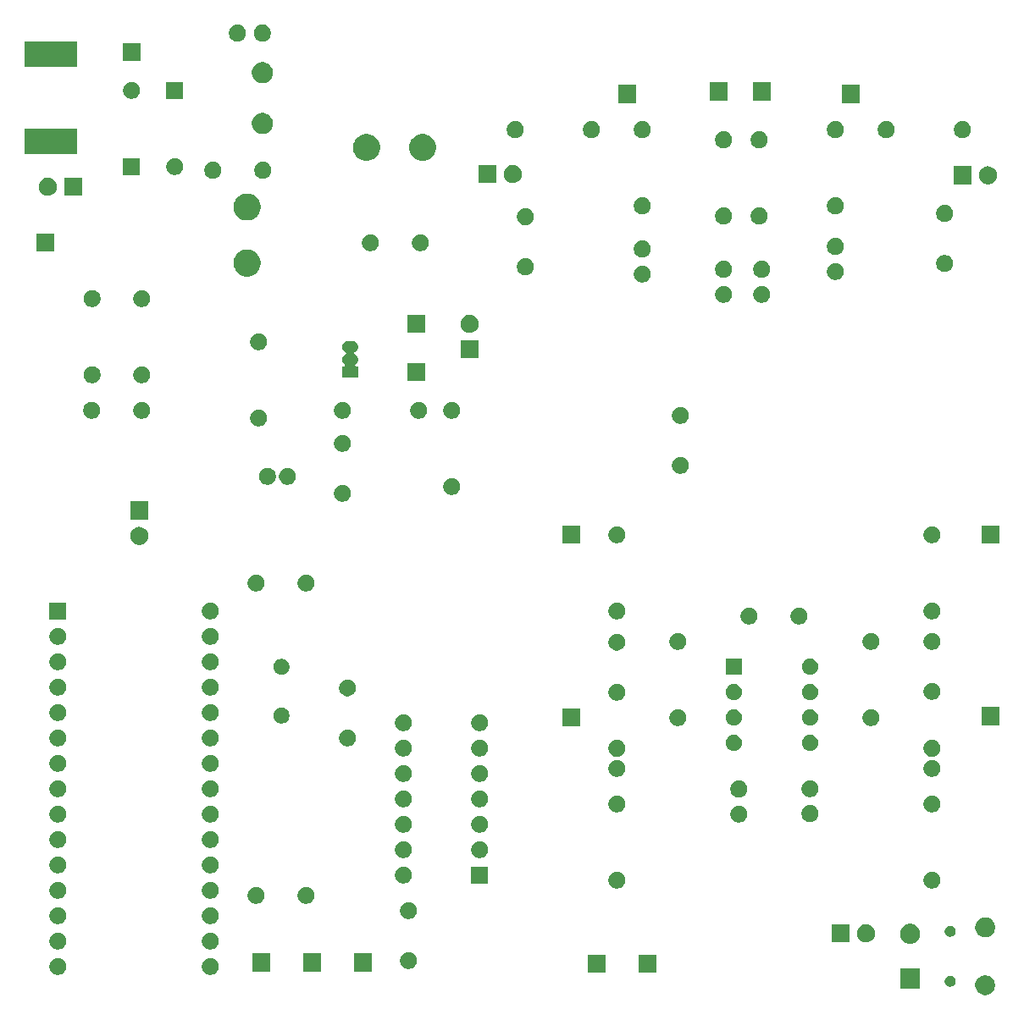
<source format=gbr>
G04 #@! TF.GenerationSoftware,KiCad,Pcbnew,(5.1.5)-3*
G04 #@! TF.CreationDate,2020-04-26T18:25:33-04:00*
G04 #@! TF.ProjectId,Froelich_Reciever,46726f65-6c69-4636-985f-526563696576,rev?*
G04 #@! TF.SameCoordinates,Original*
G04 #@! TF.FileFunction,Soldermask,Bot*
G04 #@! TF.FilePolarity,Negative*
%FSLAX46Y46*%
G04 Gerber Fmt 4.6, Leading zero omitted, Abs format (unit mm)*
G04 Created by KiCad (PCBNEW (5.1.5)-3) date 2020-04-26 18:25:33*
%MOMM*%
%LPD*%
G04 APERTURE LIST*
%ADD10C,0.100000*%
G04 APERTURE END LIST*
D10*
G36*
X131593981Y-156877468D02*
G01*
X131672942Y-156910175D01*
X131773216Y-156951710D01*
X131776151Y-156952926D01*
X131940100Y-157062473D01*
X132079527Y-157201900D01*
X132189074Y-157365849D01*
X132189075Y-157365851D01*
X132211175Y-157419205D01*
X132264532Y-157548019D01*
X132303000Y-157741410D01*
X132303000Y-157938590D01*
X132264532Y-158131981D01*
X132189074Y-158314151D01*
X132079527Y-158478100D01*
X131940100Y-158617527D01*
X131776151Y-158727074D01*
X131593981Y-158802532D01*
X131497285Y-158821766D01*
X131400591Y-158841000D01*
X131203409Y-158841000D01*
X131106715Y-158821766D01*
X131010019Y-158802532D01*
X130827849Y-158727074D01*
X130663900Y-158617527D01*
X130524473Y-158478100D01*
X130414926Y-158314151D01*
X130339468Y-158131981D01*
X130301000Y-157938590D01*
X130301000Y-157741410D01*
X130339468Y-157548019D01*
X130392825Y-157419205D01*
X130414925Y-157365851D01*
X130414926Y-157365849D01*
X130524473Y-157201900D01*
X130663900Y-157062473D01*
X130827849Y-156952926D01*
X130830785Y-156951710D01*
X130931058Y-156910175D01*
X131010019Y-156877468D01*
X131203409Y-156839000D01*
X131400591Y-156839000D01*
X131593981Y-156877468D01*
G37*
G36*
X124803000Y-158191000D02*
G01*
X122801000Y-158191000D01*
X122801000Y-156189000D01*
X124803000Y-156189000D01*
X124803000Y-158191000D01*
G37*
G36*
X127962721Y-156910174D02*
G01*
X128062995Y-156951709D01*
X128064816Y-156952926D01*
X128153242Y-157012010D01*
X128229990Y-157088758D01*
X128229991Y-157088760D01*
X128290291Y-157179005D01*
X128331826Y-157279279D01*
X128353000Y-157385730D01*
X128353000Y-157494270D01*
X128331826Y-157600721D01*
X128290291Y-157700995D01*
X128290290Y-157700996D01*
X128229990Y-157791242D01*
X128153242Y-157867990D01*
X128107812Y-157898345D01*
X128062995Y-157928291D01*
X127962721Y-157969826D01*
X127856270Y-157991000D01*
X127747730Y-157991000D01*
X127641279Y-157969826D01*
X127541005Y-157928291D01*
X127496188Y-157898345D01*
X127450758Y-157867990D01*
X127374010Y-157791242D01*
X127313710Y-157700996D01*
X127313709Y-157700995D01*
X127272174Y-157600721D01*
X127251000Y-157494270D01*
X127251000Y-157385730D01*
X127272174Y-157279279D01*
X127313709Y-157179005D01*
X127374009Y-157088760D01*
X127374010Y-157088758D01*
X127450758Y-157012010D01*
X127539184Y-156952926D01*
X127541005Y-156951709D01*
X127641279Y-156910174D01*
X127747730Y-156889000D01*
X127856270Y-156889000D01*
X127962721Y-156910174D01*
G37*
G36*
X38856228Y-155137703D02*
G01*
X39011100Y-155201853D01*
X39150481Y-155294985D01*
X39269015Y-155413519D01*
X39362147Y-155552900D01*
X39426297Y-155707772D01*
X39459000Y-155872184D01*
X39459000Y-156039816D01*
X39426297Y-156204228D01*
X39362147Y-156359100D01*
X39269015Y-156498481D01*
X39150481Y-156617015D01*
X39011100Y-156710147D01*
X38856228Y-156774297D01*
X38691816Y-156807000D01*
X38524184Y-156807000D01*
X38359772Y-156774297D01*
X38204900Y-156710147D01*
X38065519Y-156617015D01*
X37946985Y-156498481D01*
X37853853Y-156359100D01*
X37789703Y-156204228D01*
X37757000Y-156039816D01*
X37757000Y-155872184D01*
X37789703Y-155707772D01*
X37853853Y-155552900D01*
X37946985Y-155413519D01*
X38065519Y-155294985D01*
X38204900Y-155201853D01*
X38359772Y-155137703D01*
X38524184Y-155105000D01*
X38691816Y-155105000D01*
X38856228Y-155137703D01*
G37*
G36*
X54096228Y-155137703D02*
G01*
X54251100Y-155201853D01*
X54390481Y-155294985D01*
X54509015Y-155413519D01*
X54602147Y-155552900D01*
X54666297Y-155707772D01*
X54699000Y-155872184D01*
X54699000Y-156039816D01*
X54666297Y-156204228D01*
X54602147Y-156359100D01*
X54509015Y-156498481D01*
X54390481Y-156617015D01*
X54251100Y-156710147D01*
X54096228Y-156774297D01*
X53931816Y-156807000D01*
X53764184Y-156807000D01*
X53599772Y-156774297D01*
X53444900Y-156710147D01*
X53305519Y-156617015D01*
X53186985Y-156498481D01*
X53093853Y-156359100D01*
X53029703Y-156204228D01*
X52997000Y-156039816D01*
X52997000Y-155872184D01*
X53029703Y-155707772D01*
X53093853Y-155552900D01*
X53186985Y-155413519D01*
X53305519Y-155294985D01*
X53444900Y-155201853D01*
X53599772Y-155137703D01*
X53764184Y-155105000D01*
X53931816Y-155105000D01*
X54096228Y-155137703D01*
G37*
G36*
X98437000Y-156603000D02*
G01*
X96635000Y-156603000D01*
X96635000Y-154801000D01*
X98437000Y-154801000D01*
X98437000Y-156603000D01*
G37*
G36*
X93357000Y-156603000D02*
G01*
X91555000Y-156603000D01*
X91555000Y-154801000D01*
X93357000Y-154801000D01*
X93357000Y-156603000D01*
G37*
G36*
X59829000Y-156476000D02*
G01*
X58027000Y-156476000D01*
X58027000Y-154674000D01*
X59829000Y-154674000D01*
X59829000Y-156476000D01*
G37*
G36*
X69989000Y-156476000D02*
G01*
X68187000Y-156476000D01*
X68187000Y-154674000D01*
X69989000Y-154674000D01*
X69989000Y-156476000D01*
G37*
G36*
X64909000Y-156476000D02*
G01*
X63107000Y-156476000D01*
X63107000Y-154674000D01*
X64909000Y-154674000D01*
X64909000Y-156476000D01*
G37*
G36*
X73908228Y-154549703D02*
G01*
X74063100Y-154613853D01*
X74202481Y-154706985D01*
X74321015Y-154825519D01*
X74414147Y-154964900D01*
X74478297Y-155119772D01*
X74511000Y-155284184D01*
X74511000Y-155451816D01*
X74478297Y-155616228D01*
X74414147Y-155771100D01*
X74321015Y-155910481D01*
X74202481Y-156029015D01*
X74063100Y-156122147D01*
X73908228Y-156186297D01*
X73743816Y-156219000D01*
X73576184Y-156219000D01*
X73411772Y-156186297D01*
X73256900Y-156122147D01*
X73117519Y-156029015D01*
X72998985Y-155910481D01*
X72905853Y-155771100D01*
X72841703Y-155616228D01*
X72809000Y-155451816D01*
X72809000Y-155284184D01*
X72841703Y-155119772D01*
X72905853Y-154964900D01*
X72998985Y-154825519D01*
X73117519Y-154706985D01*
X73256900Y-154613853D01*
X73411772Y-154549703D01*
X73576184Y-154517000D01*
X73743816Y-154517000D01*
X73908228Y-154549703D01*
G37*
G36*
X54096228Y-152597703D02*
G01*
X54251100Y-152661853D01*
X54390481Y-152754985D01*
X54509015Y-152873519D01*
X54602147Y-153012900D01*
X54666297Y-153167772D01*
X54699000Y-153332184D01*
X54699000Y-153499816D01*
X54666297Y-153664228D01*
X54602147Y-153819100D01*
X54509015Y-153958481D01*
X54390481Y-154077015D01*
X54251100Y-154170147D01*
X54096228Y-154234297D01*
X53931816Y-154267000D01*
X53764184Y-154267000D01*
X53599772Y-154234297D01*
X53444900Y-154170147D01*
X53305519Y-154077015D01*
X53186985Y-153958481D01*
X53093853Y-153819100D01*
X53029703Y-153664228D01*
X52997000Y-153499816D01*
X52997000Y-153332184D01*
X53029703Y-153167772D01*
X53093853Y-153012900D01*
X53186985Y-152873519D01*
X53305519Y-152754985D01*
X53444900Y-152661853D01*
X53599772Y-152597703D01*
X53764184Y-152565000D01*
X53931816Y-152565000D01*
X54096228Y-152597703D01*
G37*
G36*
X38856228Y-152597703D02*
G01*
X39011100Y-152661853D01*
X39150481Y-152754985D01*
X39269015Y-152873519D01*
X39362147Y-153012900D01*
X39426297Y-153167772D01*
X39459000Y-153332184D01*
X39459000Y-153499816D01*
X39426297Y-153664228D01*
X39362147Y-153819100D01*
X39269015Y-153958481D01*
X39150481Y-154077015D01*
X39011100Y-154170147D01*
X38856228Y-154234297D01*
X38691816Y-154267000D01*
X38524184Y-154267000D01*
X38359772Y-154234297D01*
X38204900Y-154170147D01*
X38065519Y-154077015D01*
X37946985Y-153958481D01*
X37853853Y-153819100D01*
X37789703Y-153664228D01*
X37757000Y-153499816D01*
X37757000Y-153332184D01*
X37789703Y-153167772D01*
X37853853Y-153012900D01*
X37946985Y-152873519D01*
X38065519Y-152754985D01*
X38204900Y-152661853D01*
X38359772Y-152597703D01*
X38524184Y-152565000D01*
X38691816Y-152565000D01*
X38856228Y-152597703D01*
G37*
G36*
X123927210Y-151694295D02*
G01*
X124093981Y-151727468D01*
X124143597Y-151748020D01*
X124239212Y-151787625D01*
X124276151Y-151802926D01*
X124440100Y-151912473D01*
X124579527Y-152051900D01*
X124689074Y-152215849D01*
X124689075Y-152215851D01*
X124693783Y-152227218D01*
X124759442Y-152385730D01*
X124764532Y-152398020D01*
X124803000Y-152591409D01*
X124803000Y-152788591D01*
X124797244Y-152817527D01*
X124764532Y-152981981D01*
X124689074Y-153164151D01*
X124579527Y-153328100D01*
X124440100Y-153467527D01*
X124276151Y-153577074D01*
X124093981Y-153652532D01*
X124035181Y-153664228D01*
X123900591Y-153691000D01*
X123703409Y-153691000D01*
X123568819Y-153664228D01*
X123510019Y-153652532D01*
X123327849Y-153577074D01*
X123163900Y-153467527D01*
X123024473Y-153328100D01*
X122914926Y-153164151D01*
X122839468Y-152981981D01*
X122806756Y-152817527D01*
X122801000Y-152788591D01*
X122801000Y-152591409D01*
X122839468Y-152398020D01*
X122844559Y-152385730D01*
X122910217Y-152227218D01*
X122914925Y-152215851D01*
X122914926Y-152215849D01*
X123024473Y-152051900D01*
X123163900Y-151912473D01*
X123327849Y-151802926D01*
X123364789Y-151787625D01*
X123460403Y-151748020D01*
X123510019Y-151727468D01*
X123676790Y-151694295D01*
X123703409Y-151689000D01*
X123900591Y-151689000D01*
X123927210Y-151694295D01*
G37*
G36*
X117741000Y-153555000D02*
G01*
X115939000Y-153555000D01*
X115939000Y-151753000D01*
X117741000Y-151753000D01*
X117741000Y-153555000D01*
G37*
G36*
X119493512Y-151757927D02*
G01*
X119642812Y-151787624D01*
X119806784Y-151855544D01*
X119954354Y-151954147D01*
X120079853Y-152079646D01*
X120178456Y-152227216D01*
X120246376Y-152391188D01*
X120270834Y-152514149D01*
X120280949Y-152565000D01*
X120281000Y-152565259D01*
X120281000Y-152742741D01*
X120246376Y-152916812D01*
X120178456Y-153080784D01*
X120079853Y-153228354D01*
X119954354Y-153353853D01*
X119806784Y-153452456D01*
X119642812Y-153520376D01*
X119493512Y-153550073D01*
X119468742Y-153555000D01*
X119291258Y-153555000D01*
X119266488Y-153550073D01*
X119117188Y-153520376D01*
X118953216Y-153452456D01*
X118805646Y-153353853D01*
X118680147Y-153228354D01*
X118581544Y-153080784D01*
X118513624Y-152916812D01*
X118479000Y-152742741D01*
X118479000Y-152565259D01*
X118479052Y-152565000D01*
X118489166Y-152514149D01*
X118513624Y-152391188D01*
X118581544Y-152227216D01*
X118680147Y-152079646D01*
X118805646Y-151954147D01*
X118953216Y-151855544D01*
X119117188Y-151787624D01*
X119266488Y-151757927D01*
X119291258Y-151753000D01*
X119468742Y-151753000D01*
X119493512Y-151757927D01*
G37*
G36*
X131593981Y-151077468D02*
G01*
X131776151Y-151152926D01*
X131940100Y-151262473D01*
X132079527Y-151401900D01*
X132189074Y-151565849D01*
X132264532Y-151748019D01*
X132275454Y-151802926D01*
X132303000Y-151941409D01*
X132303000Y-152138591D01*
X132264532Y-152331980D01*
X132197310Y-152494269D01*
X132189074Y-152514151D01*
X132079527Y-152678100D01*
X131940100Y-152817527D01*
X131776151Y-152927074D01*
X131776150Y-152927075D01*
X131776149Y-152927075D01*
X131773213Y-152928291D01*
X131593981Y-153002532D01*
X131497285Y-153021766D01*
X131400591Y-153041000D01*
X131203409Y-153041000D01*
X131106715Y-153021766D01*
X131010019Y-153002532D01*
X130830787Y-152928291D01*
X130827851Y-152927075D01*
X130827850Y-152927075D01*
X130827849Y-152927074D01*
X130663900Y-152817527D01*
X130524473Y-152678100D01*
X130414926Y-152514151D01*
X130406691Y-152494269D01*
X130339468Y-152331980D01*
X130301000Y-152138591D01*
X130301000Y-151941409D01*
X130328546Y-151802926D01*
X130339468Y-151748019D01*
X130414926Y-151565849D01*
X130524473Y-151401900D01*
X130663900Y-151262473D01*
X130827849Y-151152926D01*
X131010019Y-151077468D01*
X131203409Y-151039000D01*
X131400591Y-151039000D01*
X131593981Y-151077468D01*
G37*
G36*
X127962721Y-151910174D02*
G01*
X128062995Y-151951709D01*
X128066645Y-151954148D01*
X128153242Y-152012010D01*
X128229990Y-152088758D01*
X128229991Y-152088760D01*
X128290291Y-152179005D01*
X128331826Y-152279279D01*
X128353000Y-152385730D01*
X128353000Y-152494270D01*
X128331826Y-152600721D01*
X128290291Y-152700995D01*
X128290290Y-152700996D01*
X128229990Y-152791242D01*
X128153242Y-152867990D01*
X128107812Y-152898345D01*
X128062995Y-152928291D01*
X127962721Y-152969826D01*
X127856270Y-152991000D01*
X127747730Y-152991000D01*
X127641279Y-152969826D01*
X127541005Y-152928291D01*
X127496188Y-152898345D01*
X127450758Y-152867990D01*
X127374010Y-152791242D01*
X127313710Y-152700996D01*
X127313709Y-152700995D01*
X127272174Y-152600721D01*
X127251000Y-152494270D01*
X127251000Y-152385730D01*
X127272174Y-152279279D01*
X127313709Y-152179005D01*
X127374009Y-152088760D01*
X127374010Y-152088758D01*
X127450758Y-152012010D01*
X127537355Y-151954148D01*
X127541005Y-151951709D01*
X127641279Y-151910174D01*
X127747730Y-151889000D01*
X127856270Y-151889000D01*
X127962721Y-151910174D01*
G37*
G36*
X38856228Y-150057703D02*
G01*
X39011100Y-150121853D01*
X39150481Y-150214985D01*
X39269015Y-150333519D01*
X39362147Y-150472900D01*
X39426297Y-150627772D01*
X39459000Y-150792184D01*
X39459000Y-150959816D01*
X39426297Y-151124228D01*
X39362147Y-151279100D01*
X39269015Y-151418481D01*
X39150481Y-151537015D01*
X39011100Y-151630147D01*
X38856228Y-151694297D01*
X38691816Y-151727000D01*
X38524184Y-151727000D01*
X38359772Y-151694297D01*
X38204900Y-151630147D01*
X38065519Y-151537015D01*
X37946985Y-151418481D01*
X37853853Y-151279100D01*
X37789703Y-151124228D01*
X37757000Y-150959816D01*
X37757000Y-150792184D01*
X37789703Y-150627772D01*
X37853853Y-150472900D01*
X37946985Y-150333519D01*
X38065519Y-150214985D01*
X38204900Y-150121853D01*
X38359772Y-150057703D01*
X38524184Y-150025000D01*
X38691816Y-150025000D01*
X38856228Y-150057703D01*
G37*
G36*
X54096228Y-150057703D02*
G01*
X54251100Y-150121853D01*
X54390481Y-150214985D01*
X54509015Y-150333519D01*
X54602147Y-150472900D01*
X54666297Y-150627772D01*
X54699000Y-150792184D01*
X54699000Y-150959816D01*
X54666297Y-151124228D01*
X54602147Y-151279100D01*
X54509015Y-151418481D01*
X54390481Y-151537015D01*
X54251100Y-151630147D01*
X54096228Y-151694297D01*
X53931816Y-151727000D01*
X53764184Y-151727000D01*
X53599772Y-151694297D01*
X53444900Y-151630147D01*
X53305519Y-151537015D01*
X53186985Y-151418481D01*
X53093853Y-151279100D01*
X53029703Y-151124228D01*
X52997000Y-150959816D01*
X52997000Y-150792184D01*
X53029703Y-150627772D01*
X53093853Y-150472900D01*
X53186985Y-150333519D01*
X53305519Y-150214985D01*
X53444900Y-150121853D01*
X53599772Y-150057703D01*
X53764184Y-150025000D01*
X53931816Y-150025000D01*
X54096228Y-150057703D01*
G37*
G36*
X73908228Y-149549703D02*
G01*
X74063100Y-149613853D01*
X74202481Y-149706985D01*
X74321015Y-149825519D01*
X74414147Y-149964900D01*
X74478297Y-150119772D01*
X74511000Y-150284184D01*
X74511000Y-150451816D01*
X74478297Y-150616228D01*
X74414147Y-150771100D01*
X74321015Y-150910481D01*
X74202481Y-151029015D01*
X74063100Y-151122147D01*
X73908228Y-151186297D01*
X73743816Y-151219000D01*
X73576184Y-151219000D01*
X73411772Y-151186297D01*
X73256900Y-151122147D01*
X73117519Y-151029015D01*
X72998985Y-150910481D01*
X72905853Y-150771100D01*
X72841703Y-150616228D01*
X72809000Y-150451816D01*
X72809000Y-150284184D01*
X72841703Y-150119772D01*
X72905853Y-149964900D01*
X72998985Y-149825519D01*
X73117519Y-149706985D01*
X73256900Y-149613853D01*
X73411772Y-149549703D01*
X73576184Y-149517000D01*
X73743816Y-149517000D01*
X73908228Y-149549703D01*
G37*
G36*
X63668228Y-148025703D02*
G01*
X63823100Y-148089853D01*
X63962481Y-148182985D01*
X64081015Y-148301519D01*
X64174147Y-148440900D01*
X64238297Y-148595772D01*
X64271000Y-148760184D01*
X64271000Y-148927816D01*
X64238297Y-149092228D01*
X64174147Y-149247100D01*
X64081015Y-149386481D01*
X63962481Y-149505015D01*
X63823100Y-149598147D01*
X63668228Y-149662297D01*
X63503816Y-149695000D01*
X63336184Y-149695000D01*
X63171772Y-149662297D01*
X63016900Y-149598147D01*
X62877519Y-149505015D01*
X62758985Y-149386481D01*
X62665853Y-149247100D01*
X62601703Y-149092228D01*
X62569000Y-148927816D01*
X62569000Y-148760184D01*
X62601703Y-148595772D01*
X62665853Y-148440900D01*
X62758985Y-148301519D01*
X62877519Y-148182985D01*
X63016900Y-148089853D01*
X63171772Y-148025703D01*
X63336184Y-147993000D01*
X63503816Y-147993000D01*
X63668228Y-148025703D01*
G37*
G36*
X58668228Y-148025703D02*
G01*
X58823100Y-148089853D01*
X58962481Y-148182985D01*
X59081015Y-148301519D01*
X59174147Y-148440900D01*
X59238297Y-148595772D01*
X59271000Y-148760184D01*
X59271000Y-148927816D01*
X59238297Y-149092228D01*
X59174147Y-149247100D01*
X59081015Y-149386481D01*
X58962481Y-149505015D01*
X58823100Y-149598147D01*
X58668228Y-149662297D01*
X58503816Y-149695000D01*
X58336184Y-149695000D01*
X58171772Y-149662297D01*
X58016900Y-149598147D01*
X57877519Y-149505015D01*
X57758985Y-149386481D01*
X57665853Y-149247100D01*
X57601703Y-149092228D01*
X57569000Y-148927816D01*
X57569000Y-148760184D01*
X57601703Y-148595772D01*
X57665853Y-148440900D01*
X57758985Y-148301519D01*
X57877519Y-148182985D01*
X58016900Y-148089853D01*
X58171772Y-148025703D01*
X58336184Y-147993000D01*
X58503816Y-147993000D01*
X58668228Y-148025703D01*
G37*
G36*
X54096228Y-147517703D02*
G01*
X54251100Y-147581853D01*
X54390481Y-147674985D01*
X54509015Y-147793519D01*
X54602147Y-147932900D01*
X54666297Y-148087772D01*
X54699000Y-148252184D01*
X54699000Y-148419816D01*
X54666297Y-148584228D01*
X54602147Y-148739100D01*
X54509015Y-148878481D01*
X54390481Y-148997015D01*
X54251100Y-149090147D01*
X54096228Y-149154297D01*
X53931816Y-149187000D01*
X53764184Y-149187000D01*
X53599772Y-149154297D01*
X53444900Y-149090147D01*
X53305519Y-148997015D01*
X53186985Y-148878481D01*
X53093853Y-148739100D01*
X53029703Y-148584228D01*
X52997000Y-148419816D01*
X52997000Y-148252184D01*
X53029703Y-148087772D01*
X53093853Y-147932900D01*
X53186985Y-147793519D01*
X53305519Y-147674985D01*
X53444900Y-147581853D01*
X53599772Y-147517703D01*
X53764184Y-147485000D01*
X53931816Y-147485000D01*
X54096228Y-147517703D01*
G37*
G36*
X38856228Y-147517703D02*
G01*
X39011100Y-147581853D01*
X39150481Y-147674985D01*
X39269015Y-147793519D01*
X39362147Y-147932900D01*
X39426297Y-148087772D01*
X39459000Y-148252184D01*
X39459000Y-148419816D01*
X39426297Y-148584228D01*
X39362147Y-148739100D01*
X39269015Y-148878481D01*
X39150481Y-148997015D01*
X39011100Y-149090147D01*
X38856228Y-149154297D01*
X38691816Y-149187000D01*
X38524184Y-149187000D01*
X38359772Y-149154297D01*
X38204900Y-149090147D01*
X38065519Y-148997015D01*
X37946985Y-148878481D01*
X37853853Y-148739100D01*
X37789703Y-148584228D01*
X37757000Y-148419816D01*
X37757000Y-148252184D01*
X37789703Y-148087772D01*
X37853853Y-147932900D01*
X37946985Y-147793519D01*
X38065519Y-147674985D01*
X38204900Y-147581853D01*
X38359772Y-147517703D01*
X38524184Y-147485000D01*
X38691816Y-147485000D01*
X38856228Y-147517703D01*
G37*
G36*
X94736228Y-146501703D02*
G01*
X94891100Y-146565853D01*
X95030481Y-146658985D01*
X95149015Y-146777519D01*
X95242147Y-146916900D01*
X95306297Y-147071772D01*
X95339000Y-147236184D01*
X95339000Y-147403816D01*
X95306297Y-147568228D01*
X95242147Y-147723100D01*
X95149015Y-147862481D01*
X95030481Y-147981015D01*
X94891100Y-148074147D01*
X94736228Y-148138297D01*
X94571816Y-148171000D01*
X94404184Y-148171000D01*
X94239772Y-148138297D01*
X94084900Y-148074147D01*
X93945519Y-147981015D01*
X93826985Y-147862481D01*
X93733853Y-147723100D01*
X93669703Y-147568228D01*
X93637000Y-147403816D01*
X93637000Y-147236184D01*
X93669703Y-147071772D01*
X93733853Y-146916900D01*
X93826985Y-146777519D01*
X93945519Y-146658985D01*
X94084900Y-146565853D01*
X94239772Y-146501703D01*
X94404184Y-146469000D01*
X94571816Y-146469000D01*
X94736228Y-146501703D01*
G37*
G36*
X126232228Y-146501703D02*
G01*
X126387100Y-146565853D01*
X126526481Y-146658985D01*
X126645015Y-146777519D01*
X126738147Y-146916900D01*
X126802297Y-147071772D01*
X126835000Y-147236184D01*
X126835000Y-147403816D01*
X126802297Y-147568228D01*
X126738147Y-147723100D01*
X126645015Y-147862481D01*
X126526481Y-147981015D01*
X126387100Y-148074147D01*
X126232228Y-148138297D01*
X126067816Y-148171000D01*
X125900184Y-148171000D01*
X125735772Y-148138297D01*
X125580900Y-148074147D01*
X125441519Y-147981015D01*
X125322985Y-147862481D01*
X125229853Y-147723100D01*
X125165703Y-147568228D01*
X125133000Y-147403816D01*
X125133000Y-147236184D01*
X125165703Y-147071772D01*
X125229853Y-146916900D01*
X125322985Y-146777519D01*
X125441519Y-146658985D01*
X125580900Y-146565853D01*
X125735772Y-146501703D01*
X125900184Y-146469000D01*
X126067816Y-146469000D01*
X126232228Y-146501703D01*
G37*
G36*
X81623000Y-147663000D02*
G01*
X79921000Y-147663000D01*
X79921000Y-145961000D01*
X81623000Y-145961000D01*
X81623000Y-147663000D01*
G37*
G36*
X73400228Y-145993703D02*
G01*
X73555100Y-146057853D01*
X73694481Y-146150985D01*
X73813015Y-146269519D01*
X73906147Y-146408900D01*
X73970297Y-146563772D01*
X74003000Y-146728184D01*
X74003000Y-146895816D01*
X73970297Y-147060228D01*
X73906147Y-147215100D01*
X73813015Y-147354481D01*
X73694481Y-147473015D01*
X73555100Y-147566147D01*
X73400228Y-147630297D01*
X73235816Y-147663000D01*
X73068184Y-147663000D01*
X72903772Y-147630297D01*
X72748900Y-147566147D01*
X72609519Y-147473015D01*
X72490985Y-147354481D01*
X72397853Y-147215100D01*
X72333703Y-147060228D01*
X72301000Y-146895816D01*
X72301000Y-146728184D01*
X72333703Y-146563772D01*
X72397853Y-146408900D01*
X72490985Y-146269519D01*
X72609519Y-146150985D01*
X72748900Y-146057853D01*
X72903772Y-145993703D01*
X73068184Y-145961000D01*
X73235816Y-145961000D01*
X73400228Y-145993703D01*
G37*
G36*
X54096228Y-144977703D02*
G01*
X54251100Y-145041853D01*
X54390481Y-145134985D01*
X54509015Y-145253519D01*
X54602147Y-145392900D01*
X54666297Y-145547772D01*
X54699000Y-145712184D01*
X54699000Y-145879816D01*
X54666297Y-146044228D01*
X54602147Y-146199100D01*
X54509015Y-146338481D01*
X54390481Y-146457015D01*
X54251100Y-146550147D01*
X54096228Y-146614297D01*
X53931816Y-146647000D01*
X53764184Y-146647000D01*
X53599772Y-146614297D01*
X53444900Y-146550147D01*
X53305519Y-146457015D01*
X53186985Y-146338481D01*
X53093853Y-146199100D01*
X53029703Y-146044228D01*
X52997000Y-145879816D01*
X52997000Y-145712184D01*
X53029703Y-145547772D01*
X53093853Y-145392900D01*
X53186985Y-145253519D01*
X53305519Y-145134985D01*
X53444900Y-145041853D01*
X53599772Y-144977703D01*
X53764184Y-144945000D01*
X53931816Y-144945000D01*
X54096228Y-144977703D01*
G37*
G36*
X38856228Y-144977703D02*
G01*
X39011100Y-145041853D01*
X39150481Y-145134985D01*
X39269015Y-145253519D01*
X39362147Y-145392900D01*
X39426297Y-145547772D01*
X39459000Y-145712184D01*
X39459000Y-145879816D01*
X39426297Y-146044228D01*
X39362147Y-146199100D01*
X39269015Y-146338481D01*
X39150481Y-146457015D01*
X39011100Y-146550147D01*
X38856228Y-146614297D01*
X38691816Y-146647000D01*
X38524184Y-146647000D01*
X38359772Y-146614297D01*
X38204900Y-146550147D01*
X38065519Y-146457015D01*
X37946985Y-146338481D01*
X37853853Y-146199100D01*
X37789703Y-146044228D01*
X37757000Y-145879816D01*
X37757000Y-145712184D01*
X37789703Y-145547772D01*
X37853853Y-145392900D01*
X37946985Y-145253519D01*
X38065519Y-145134985D01*
X38204900Y-145041853D01*
X38359772Y-144977703D01*
X38524184Y-144945000D01*
X38691816Y-144945000D01*
X38856228Y-144977703D01*
G37*
G36*
X81020228Y-143453703D02*
G01*
X81175100Y-143517853D01*
X81314481Y-143610985D01*
X81433015Y-143729519D01*
X81526147Y-143868900D01*
X81590297Y-144023772D01*
X81623000Y-144188184D01*
X81623000Y-144355816D01*
X81590297Y-144520228D01*
X81526147Y-144675100D01*
X81433015Y-144814481D01*
X81314481Y-144933015D01*
X81175100Y-145026147D01*
X81020228Y-145090297D01*
X80855816Y-145123000D01*
X80688184Y-145123000D01*
X80523772Y-145090297D01*
X80368900Y-145026147D01*
X80229519Y-144933015D01*
X80110985Y-144814481D01*
X80017853Y-144675100D01*
X79953703Y-144520228D01*
X79921000Y-144355816D01*
X79921000Y-144188184D01*
X79953703Y-144023772D01*
X80017853Y-143868900D01*
X80110985Y-143729519D01*
X80229519Y-143610985D01*
X80368900Y-143517853D01*
X80523772Y-143453703D01*
X80688184Y-143421000D01*
X80855816Y-143421000D01*
X81020228Y-143453703D01*
G37*
G36*
X73400228Y-143453703D02*
G01*
X73555100Y-143517853D01*
X73694481Y-143610985D01*
X73813015Y-143729519D01*
X73906147Y-143868900D01*
X73970297Y-144023772D01*
X74003000Y-144188184D01*
X74003000Y-144355816D01*
X73970297Y-144520228D01*
X73906147Y-144675100D01*
X73813015Y-144814481D01*
X73694481Y-144933015D01*
X73555100Y-145026147D01*
X73400228Y-145090297D01*
X73235816Y-145123000D01*
X73068184Y-145123000D01*
X72903772Y-145090297D01*
X72748900Y-145026147D01*
X72609519Y-144933015D01*
X72490985Y-144814481D01*
X72397853Y-144675100D01*
X72333703Y-144520228D01*
X72301000Y-144355816D01*
X72301000Y-144188184D01*
X72333703Y-144023772D01*
X72397853Y-143868900D01*
X72490985Y-143729519D01*
X72609519Y-143610985D01*
X72748900Y-143517853D01*
X72903772Y-143453703D01*
X73068184Y-143421000D01*
X73235816Y-143421000D01*
X73400228Y-143453703D01*
G37*
G36*
X54096228Y-142437703D02*
G01*
X54251100Y-142501853D01*
X54390481Y-142594985D01*
X54509015Y-142713519D01*
X54602147Y-142852900D01*
X54666297Y-143007772D01*
X54699000Y-143172184D01*
X54699000Y-143339816D01*
X54666297Y-143504228D01*
X54602147Y-143659100D01*
X54509015Y-143798481D01*
X54390481Y-143917015D01*
X54251100Y-144010147D01*
X54096228Y-144074297D01*
X53931816Y-144107000D01*
X53764184Y-144107000D01*
X53599772Y-144074297D01*
X53444900Y-144010147D01*
X53305519Y-143917015D01*
X53186985Y-143798481D01*
X53093853Y-143659100D01*
X53029703Y-143504228D01*
X52997000Y-143339816D01*
X52997000Y-143172184D01*
X53029703Y-143007772D01*
X53093853Y-142852900D01*
X53186985Y-142713519D01*
X53305519Y-142594985D01*
X53444900Y-142501853D01*
X53599772Y-142437703D01*
X53764184Y-142405000D01*
X53931816Y-142405000D01*
X54096228Y-142437703D01*
G37*
G36*
X38856228Y-142437703D02*
G01*
X39011100Y-142501853D01*
X39150481Y-142594985D01*
X39269015Y-142713519D01*
X39362147Y-142852900D01*
X39426297Y-143007772D01*
X39459000Y-143172184D01*
X39459000Y-143339816D01*
X39426297Y-143504228D01*
X39362147Y-143659100D01*
X39269015Y-143798481D01*
X39150481Y-143917015D01*
X39011100Y-144010147D01*
X38856228Y-144074297D01*
X38691816Y-144107000D01*
X38524184Y-144107000D01*
X38359772Y-144074297D01*
X38204900Y-144010147D01*
X38065519Y-143917015D01*
X37946985Y-143798481D01*
X37853853Y-143659100D01*
X37789703Y-143504228D01*
X37757000Y-143339816D01*
X37757000Y-143172184D01*
X37789703Y-143007772D01*
X37853853Y-142852900D01*
X37946985Y-142713519D01*
X38065519Y-142594985D01*
X38204900Y-142501853D01*
X38359772Y-142437703D01*
X38524184Y-142405000D01*
X38691816Y-142405000D01*
X38856228Y-142437703D01*
G37*
G36*
X73400228Y-140913703D02*
G01*
X73555100Y-140977853D01*
X73694481Y-141070985D01*
X73813015Y-141189519D01*
X73906147Y-141328900D01*
X73970297Y-141483772D01*
X74003000Y-141648184D01*
X74003000Y-141815816D01*
X73970297Y-141980228D01*
X73906147Y-142135100D01*
X73813015Y-142274481D01*
X73694481Y-142393015D01*
X73555100Y-142486147D01*
X73400228Y-142550297D01*
X73235816Y-142583000D01*
X73068184Y-142583000D01*
X72903772Y-142550297D01*
X72748900Y-142486147D01*
X72609519Y-142393015D01*
X72490985Y-142274481D01*
X72397853Y-142135100D01*
X72333703Y-141980228D01*
X72301000Y-141815816D01*
X72301000Y-141648184D01*
X72333703Y-141483772D01*
X72397853Y-141328900D01*
X72490985Y-141189519D01*
X72609519Y-141070985D01*
X72748900Y-140977853D01*
X72903772Y-140913703D01*
X73068184Y-140881000D01*
X73235816Y-140881000D01*
X73400228Y-140913703D01*
G37*
G36*
X81020228Y-140913703D02*
G01*
X81175100Y-140977853D01*
X81314481Y-141070985D01*
X81433015Y-141189519D01*
X81526147Y-141328900D01*
X81590297Y-141483772D01*
X81623000Y-141648184D01*
X81623000Y-141815816D01*
X81590297Y-141980228D01*
X81526147Y-142135100D01*
X81433015Y-142274481D01*
X81314481Y-142393015D01*
X81175100Y-142486147D01*
X81020228Y-142550297D01*
X80855816Y-142583000D01*
X80688184Y-142583000D01*
X80523772Y-142550297D01*
X80368900Y-142486147D01*
X80229519Y-142393015D01*
X80110985Y-142274481D01*
X80017853Y-142135100D01*
X79953703Y-141980228D01*
X79921000Y-141815816D01*
X79921000Y-141648184D01*
X79953703Y-141483772D01*
X80017853Y-141328900D01*
X80110985Y-141189519D01*
X80229519Y-141070985D01*
X80368900Y-140977853D01*
X80523772Y-140913703D01*
X80688184Y-140881000D01*
X80855816Y-140881000D01*
X81020228Y-140913703D01*
G37*
G36*
X106928228Y-139897703D02*
G01*
X107083100Y-139961853D01*
X107222481Y-140054985D01*
X107341015Y-140173519D01*
X107434147Y-140312900D01*
X107498297Y-140467772D01*
X107531000Y-140632184D01*
X107531000Y-140799816D01*
X107498297Y-140964228D01*
X107434147Y-141119100D01*
X107341015Y-141258481D01*
X107222481Y-141377015D01*
X107083100Y-141470147D01*
X106928228Y-141534297D01*
X106763816Y-141567000D01*
X106596184Y-141567000D01*
X106431772Y-141534297D01*
X106276900Y-141470147D01*
X106137519Y-141377015D01*
X106018985Y-141258481D01*
X105925853Y-141119100D01*
X105861703Y-140964228D01*
X105829000Y-140799816D01*
X105829000Y-140632184D01*
X105861703Y-140467772D01*
X105925853Y-140312900D01*
X106018985Y-140173519D01*
X106137519Y-140054985D01*
X106276900Y-139961853D01*
X106431772Y-139897703D01*
X106596184Y-139865000D01*
X106763816Y-139865000D01*
X106928228Y-139897703D01*
G37*
G36*
X54096228Y-139897703D02*
G01*
X54251100Y-139961853D01*
X54390481Y-140054985D01*
X54509015Y-140173519D01*
X54602147Y-140312900D01*
X54666297Y-140467772D01*
X54699000Y-140632184D01*
X54699000Y-140799816D01*
X54666297Y-140964228D01*
X54602147Y-141119100D01*
X54509015Y-141258481D01*
X54390481Y-141377015D01*
X54251100Y-141470147D01*
X54096228Y-141534297D01*
X53931816Y-141567000D01*
X53764184Y-141567000D01*
X53599772Y-141534297D01*
X53444900Y-141470147D01*
X53305519Y-141377015D01*
X53186985Y-141258481D01*
X53093853Y-141119100D01*
X53029703Y-140964228D01*
X52997000Y-140799816D01*
X52997000Y-140632184D01*
X53029703Y-140467772D01*
X53093853Y-140312900D01*
X53186985Y-140173519D01*
X53305519Y-140054985D01*
X53444900Y-139961853D01*
X53599772Y-139897703D01*
X53764184Y-139865000D01*
X53931816Y-139865000D01*
X54096228Y-139897703D01*
G37*
G36*
X38856228Y-139897703D02*
G01*
X39011100Y-139961853D01*
X39150481Y-140054985D01*
X39269015Y-140173519D01*
X39362147Y-140312900D01*
X39426297Y-140467772D01*
X39459000Y-140632184D01*
X39459000Y-140799816D01*
X39426297Y-140964228D01*
X39362147Y-141119100D01*
X39269015Y-141258481D01*
X39150481Y-141377015D01*
X39011100Y-141470147D01*
X38856228Y-141534297D01*
X38691816Y-141567000D01*
X38524184Y-141567000D01*
X38359772Y-141534297D01*
X38204900Y-141470147D01*
X38065519Y-141377015D01*
X37946985Y-141258481D01*
X37853853Y-141119100D01*
X37789703Y-140964228D01*
X37757000Y-140799816D01*
X37757000Y-140632184D01*
X37789703Y-140467772D01*
X37853853Y-140312900D01*
X37946985Y-140173519D01*
X38065519Y-140054985D01*
X38204900Y-139961853D01*
X38359772Y-139897703D01*
X38524184Y-139865000D01*
X38691816Y-139865000D01*
X38856228Y-139897703D01*
G37*
G36*
X114040228Y-139857703D02*
G01*
X114195100Y-139921853D01*
X114334481Y-140014985D01*
X114453015Y-140133519D01*
X114546147Y-140272900D01*
X114610297Y-140427772D01*
X114643000Y-140592184D01*
X114643000Y-140759816D01*
X114610297Y-140924228D01*
X114546147Y-141079100D01*
X114453015Y-141218481D01*
X114334481Y-141337015D01*
X114195100Y-141430147D01*
X114040228Y-141494297D01*
X113875816Y-141527000D01*
X113708184Y-141527000D01*
X113543772Y-141494297D01*
X113388900Y-141430147D01*
X113249519Y-141337015D01*
X113130985Y-141218481D01*
X113037853Y-141079100D01*
X112973703Y-140924228D01*
X112941000Y-140759816D01*
X112941000Y-140592184D01*
X112973703Y-140427772D01*
X113037853Y-140272900D01*
X113130985Y-140133519D01*
X113249519Y-140014985D01*
X113388900Y-139921853D01*
X113543772Y-139857703D01*
X113708184Y-139825000D01*
X113875816Y-139825000D01*
X114040228Y-139857703D01*
G37*
G36*
X126232228Y-138881703D02*
G01*
X126387100Y-138945853D01*
X126526481Y-139038985D01*
X126645015Y-139157519D01*
X126738147Y-139296900D01*
X126802297Y-139451772D01*
X126835000Y-139616184D01*
X126835000Y-139783816D01*
X126802297Y-139948228D01*
X126738147Y-140103100D01*
X126645015Y-140242481D01*
X126526481Y-140361015D01*
X126387100Y-140454147D01*
X126232228Y-140518297D01*
X126067816Y-140551000D01*
X125900184Y-140551000D01*
X125735772Y-140518297D01*
X125580900Y-140454147D01*
X125441519Y-140361015D01*
X125322985Y-140242481D01*
X125229853Y-140103100D01*
X125165703Y-139948228D01*
X125133000Y-139783816D01*
X125133000Y-139616184D01*
X125165703Y-139451772D01*
X125229853Y-139296900D01*
X125322985Y-139157519D01*
X125441519Y-139038985D01*
X125580900Y-138945853D01*
X125735772Y-138881703D01*
X125900184Y-138849000D01*
X126067816Y-138849000D01*
X126232228Y-138881703D01*
G37*
G36*
X94736228Y-138881703D02*
G01*
X94891100Y-138945853D01*
X95030481Y-139038985D01*
X95149015Y-139157519D01*
X95242147Y-139296900D01*
X95306297Y-139451772D01*
X95339000Y-139616184D01*
X95339000Y-139783816D01*
X95306297Y-139948228D01*
X95242147Y-140103100D01*
X95149015Y-140242481D01*
X95030481Y-140361015D01*
X94891100Y-140454147D01*
X94736228Y-140518297D01*
X94571816Y-140551000D01*
X94404184Y-140551000D01*
X94239772Y-140518297D01*
X94084900Y-140454147D01*
X93945519Y-140361015D01*
X93826985Y-140242481D01*
X93733853Y-140103100D01*
X93669703Y-139948228D01*
X93637000Y-139783816D01*
X93637000Y-139616184D01*
X93669703Y-139451772D01*
X93733853Y-139296900D01*
X93826985Y-139157519D01*
X93945519Y-139038985D01*
X94084900Y-138945853D01*
X94239772Y-138881703D01*
X94404184Y-138849000D01*
X94571816Y-138849000D01*
X94736228Y-138881703D01*
G37*
G36*
X73400228Y-138373703D02*
G01*
X73555100Y-138437853D01*
X73694481Y-138530985D01*
X73813015Y-138649519D01*
X73906147Y-138788900D01*
X73970297Y-138943772D01*
X74003000Y-139108184D01*
X74003000Y-139275816D01*
X73970297Y-139440228D01*
X73906147Y-139595100D01*
X73813015Y-139734481D01*
X73694481Y-139853015D01*
X73555100Y-139946147D01*
X73400228Y-140010297D01*
X73235816Y-140043000D01*
X73068184Y-140043000D01*
X72903772Y-140010297D01*
X72748900Y-139946147D01*
X72609519Y-139853015D01*
X72490985Y-139734481D01*
X72397853Y-139595100D01*
X72333703Y-139440228D01*
X72301000Y-139275816D01*
X72301000Y-139108184D01*
X72333703Y-138943772D01*
X72397853Y-138788900D01*
X72490985Y-138649519D01*
X72609519Y-138530985D01*
X72748900Y-138437853D01*
X72903772Y-138373703D01*
X73068184Y-138341000D01*
X73235816Y-138341000D01*
X73400228Y-138373703D01*
G37*
G36*
X81020228Y-138373703D02*
G01*
X81175100Y-138437853D01*
X81314481Y-138530985D01*
X81433015Y-138649519D01*
X81526147Y-138788900D01*
X81590297Y-138943772D01*
X81623000Y-139108184D01*
X81623000Y-139275816D01*
X81590297Y-139440228D01*
X81526147Y-139595100D01*
X81433015Y-139734481D01*
X81314481Y-139853015D01*
X81175100Y-139946147D01*
X81020228Y-140010297D01*
X80855816Y-140043000D01*
X80688184Y-140043000D01*
X80523772Y-140010297D01*
X80368900Y-139946147D01*
X80229519Y-139853015D01*
X80110985Y-139734481D01*
X80017853Y-139595100D01*
X79953703Y-139440228D01*
X79921000Y-139275816D01*
X79921000Y-139108184D01*
X79953703Y-138943772D01*
X80017853Y-138788900D01*
X80110985Y-138649519D01*
X80229519Y-138530985D01*
X80368900Y-138437853D01*
X80523772Y-138373703D01*
X80688184Y-138341000D01*
X80855816Y-138341000D01*
X81020228Y-138373703D01*
G37*
G36*
X106928228Y-137397703D02*
G01*
X107083100Y-137461853D01*
X107222481Y-137554985D01*
X107341015Y-137673519D01*
X107434147Y-137812900D01*
X107498297Y-137967772D01*
X107531000Y-138132184D01*
X107531000Y-138299816D01*
X107498297Y-138464228D01*
X107434147Y-138619100D01*
X107341015Y-138758481D01*
X107222481Y-138877015D01*
X107083100Y-138970147D01*
X106928228Y-139034297D01*
X106763816Y-139067000D01*
X106596184Y-139067000D01*
X106431772Y-139034297D01*
X106276900Y-138970147D01*
X106137519Y-138877015D01*
X106018985Y-138758481D01*
X105925853Y-138619100D01*
X105861703Y-138464228D01*
X105829000Y-138299816D01*
X105829000Y-138132184D01*
X105861703Y-137967772D01*
X105925853Y-137812900D01*
X106018985Y-137673519D01*
X106137519Y-137554985D01*
X106276900Y-137461853D01*
X106431772Y-137397703D01*
X106596184Y-137365000D01*
X106763816Y-137365000D01*
X106928228Y-137397703D01*
G37*
G36*
X54096228Y-137357703D02*
G01*
X54251100Y-137421853D01*
X54390481Y-137514985D01*
X54509015Y-137633519D01*
X54602147Y-137772900D01*
X54666297Y-137927772D01*
X54699000Y-138092184D01*
X54699000Y-138259816D01*
X54666297Y-138424228D01*
X54602147Y-138579100D01*
X54509015Y-138718481D01*
X54390481Y-138837015D01*
X54251100Y-138930147D01*
X54096228Y-138994297D01*
X53931816Y-139027000D01*
X53764184Y-139027000D01*
X53599772Y-138994297D01*
X53444900Y-138930147D01*
X53305519Y-138837015D01*
X53186985Y-138718481D01*
X53093853Y-138579100D01*
X53029703Y-138424228D01*
X52997000Y-138259816D01*
X52997000Y-138092184D01*
X53029703Y-137927772D01*
X53093853Y-137772900D01*
X53186985Y-137633519D01*
X53305519Y-137514985D01*
X53444900Y-137421853D01*
X53599772Y-137357703D01*
X53764184Y-137325000D01*
X53931816Y-137325000D01*
X54096228Y-137357703D01*
G37*
G36*
X114040228Y-137357703D02*
G01*
X114195100Y-137421853D01*
X114334481Y-137514985D01*
X114453015Y-137633519D01*
X114546147Y-137772900D01*
X114610297Y-137927772D01*
X114643000Y-138092184D01*
X114643000Y-138259816D01*
X114610297Y-138424228D01*
X114546147Y-138579100D01*
X114453015Y-138718481D01*
X114334481Y-138837015D01*
X114195100Y-138930147D01*
X114040228Y-138994297D01*
X113875816Y-139027000D01*
X113708184Y-139027000D01*
X113543772Y-138994297D01*
X113388900Y-138930147D01*
X113249519Y-138837015D01*
X113130985Y-138718481D01*
X113037853Y-138579100D01*
X112973703Y-138424228D01*
X112941000Y-138259816D01*
X112941000Y-138092184D01*
X112973703Y-137927772D01*
X113037853Y-137772900D01*
X113130985Y-137633519D01*
X113249519Y-137514985D01*
X113388900Y-137421853D01*
X113543772Y-137357703D01*
X113708184Y-137325000D01*
X113875816Y-137325000D01*
X114040228Y-137357703D01*
G37*
G36*
X38856228Y-137357703D02*
G01*
X39011100Y-137421853D01*
X39150481Y-137514985D01*
X39269015Y-137633519D01*
X39362147Y-137772900D01*
X39426297Y-137927772D01*
X39459000Y-138092184D01*
X39459000Y-138259816D01*
X39426297Y-138424228D01*
X39362147Y-138579100D01*
X39269015Y-138718481D01*
X39150481Y-138837015D01*
X39011100Y-138930147D01*
X38856228Y-138994297D01*
X38691816Y-139027000D01*
X38524184Y-139027000D01*
X38359772Y-138994297D01*
X38204900Y-138930147D01*
X38065519Y-138837015D01*
X37946985Y-138718481D01*
X37853853Y-138579100D01*
X37789703Y-138424228D01*
X37757000Y-138259816D01*
X37757000Y-138092184D01*
X37789703Y-137927772D01*
X37853853Y-137772900D01*
X37946985Y-137633519D01*
X38065519Y-137514985D01*
X38204900Y-137421853D01*
X38359772Y-137357703D01*
X38524184Y-137325000D01*
X38691816Y-137325000D01*
X38856228Y-137357703D01*
G37*
G36*
X73400228Y-135833703D02*
G01*
X73555100Y-135897853D01*
X73694481Y-135990985D01*
X73813015Y-136109519D01*
X73906147Y-136248900D01*
X73970297Y-136403772D01*
X74003000Y-136568184D01*
X74003000Y-136735816D01*
X73970297Y-136900228D01*
X73906147Y-137055100D01*
X73813015Y-137194481D01*
X73694481Y-137313015D01*
X73555100Y-137406147D01*
X73400228Y-137470297D01*
X73235816Y-137503000D01*
X73068184Y-137503000D01*
X72903772Y-137470297D01*
X72748900Y-137406147D01*
X72609519Y-137313015D01*
X72490985Y-137194481D01*
X72397853Y-137055100D01*
X72333703Y-136900228D01*
X72301000Y-136735816D01*
X72301000Y-136568184D01*
X72333703Y-136403772D01*
X72397853Y-136248900D01*
X72490985Y-136109519D01*
X72609519Y-135990985D01*
X72748900Y-135897853D01*
X72903772Y-135833703D01*
X73068184Y-135801000D01*
X73235816Y-135801000D01*
X73400228Y-135833703D01*
G37*
G36*
X81020228Y-135833703D02*
G01*
X81175100Y-135897853D01*
X81314481Y-135990985D01*
X81433015Y-136109519D01*
X81526147Y-136248900D01*
X81590297Y-136403772D01*
X81623000Y-136568184D01*
X81623000Y-136735816D01*
X81590297Y-136900228D01*
X81526147Y-137055100D01*
X81433015Y-137194481D01*
X81314481Y-137313015D01*
X81175100Y-137406147D01*
X81020228Y-137470297D01*
X80855816Y-137503000D01*
X80688184Y-137503000D01*
X80523772Y-137470297D01*
X80368900Y-137406147D01*
X80229519Y-137313015D01*
X80110985Y-137194481D01*
X80017853Y-137055100D01*
X79953703Y-136900228D01*
X79921000Y-136735816D01*
X79921000Y-136568184D01*
X79953703Y-136403772D01*
X80017853Y-136248900D01*
X80110985Y-136109519D01*
X80229519Y-135990985D01*
X80368900Y-135897853D01*
X80523772Y-135833703D01*
X80688184Y-135801000D01*
X80855816Y-135801000D01*
X81020228Y-135833703D01*
G37*
G36*
X94736228Y-135325703D02*
G01*
X94891100Y-135389853D01*
X95030481Y-135482985D01*
X95149015Y-135601519D01*
X95242147Y-135740900D01*
X95306297Y-135895772D01*
X95339000Y-136060184D01*
X95339000Y-136227816D01*
X95306297Y-136392228D01*
X95242147Y-136547100D01*
X95149015Y-136686481D01*
X95030481Y-136805015D01*
X94891100Y-136898147D01*
X94736228Y-136962297D01*
X94571816Y-136995000D01*
X94404184Y-136995000D01*
X94239772Y-136962297D01*
X94084900Y-136898147D01*
X93945519Y-136805015D01*
X93826985Y-136686481D01*
X93733853Y-136547100D01*
X93669703Y-136392228D01*
X93637000Y-136227816D01*
X93637000Y-136060184D01*
X93669703Y-135895772D01*
X93733853Y-135740900D01*
X93826985Y-135601519D01*
X93945519Y-135482985D01*
X94084900Y-135389853D01*
X94239772Y-135325703D01*
X94404184Y-135293000D01*
X94571816Y-135293000D01*
X94736228Y-135325703D01*
G37*
G36*
X126232228Y-135325703D02*
G01*
X126387100Y-135389853D01*
X126526481Y-135482985D01*
X126645015Y-135601519D01*
X126738147Y-135740900D01*
X126802297Y-135895772D01*
X126835000Y-136060184D01*
X126835000Y-136227816D01*
X126802297Y-136392228D01*
X126738147Y-136547100D01*
X126645015Y-136686481D01*
X126526481Y-136805015D01*
X126387100Y-136898147D01*
X126232228Y-136962297D01*
X126067816Y-136995000D01*
X125900184Y-136995000D01*
X125735772Y-136962297D01*
X125580900Y-136898147D01*
X125441519Y-136805015D01*
X125322985Y-136686481D01*
X125229853Y-136547100D01*
X125165703Y-136392228D01*
X125133000Y-136227816D01*
X125133000Y-136060184D01*
X125165703Y-135895772D01*
X125229853Y-135740900D01*
X125322985Y-135601519D01*
X125441519Y-135482985D01*
X125580900Y-135389853D01*
X125735772Y-135325703D01*
X125900184Y-135293000D01*
X126067816Y-135293000D01*
X126232228Y-135325703D01*
G37*
G36*
X38856228Y-134817703D02*
G01*
X39011100Y-134881853D01*
X39150481Y-134974985D01*
X39269015Y-135093519D01*
X39362147Y-135232900D01*
X39426297Y-135387772D01*
X39459000Y-135552184D01*
X39459000Y-135719816D01*
X39426297Y-135884228D01*
X39362147Y-136039100D01*
X39269015Y-136178481D01*
X39150481Y-136297015D01*
X39011100Y-136390147D01*
X38856228Y-136454297D01*
X38691816Y-136487000D01*
X38524184Y-136487000D01*
X38359772Y-136454297D01*
X38204900Y-136390147D01*
X38065519Y-136297015D01*
X37946985Y-136178481D01*
X37853853Y-136039100D01*
X37789703Y-135884228D01*
X37757000Y-135719816D01*
X37757000Y-135552184D01*
X37789703Y-135387772D01*
X37853853Y-135232900D01*
X37946985Y-135093519D01*
X38065519Y-134974985D01*
X38204900Y-134881853D01*
X38359772Y-134817703D01*
X38524184Y-134785000D01*
X38691816Y-134785000D01*
X38856228Y-134817703D01*
G37*
G36*
X54096228Y-134817703D02*
G01*
X54251100Y-134881853D01*
X54390481Y-134974985D01*
X54509015Y-135093519D01*
X54602147Y-135232900D01*
X54666297Y-135387772D01*
X54699000Y-135552184D01*
X54699000Y-135719816D01*
X54666297Y-135884228D01*
X54602147Y-136039100D01*
X54509015Y-136178481D01*
X54390481Y-136297015D01*
X54251100Y-136390147D01*
X54096228Y-136454297D01*
X53931816Y-136487000D01*
X53764184Y-136487000D01*
X53599772Y-136454297D01*
X53444900Y-136390147D01*
X53305519Y-136297015D01*
X53186985Y-136178481D01*
X53093853Y-136039100D01*
X53029703Y-135884228D01*
X52997000Y-135719816D01*
X52997000Y-135552184D01*
X53029703Y-135387772D01*
X53093853Y-135232900D01*
X53186985Y-135093519D01*
X53305519Y-134974985D01*
X53444900Y-134881853D01*
X53599772Y-134817703D01*
X53764184Y-134785000D01*
X53931816Y-134785000D01*
X54096228Y-134817703D01*
G37*
G36*
X94736228Y-133325703D02*
G01*
X94891100Y-133389853D01*
X95030481Y-133482985D01*
X95149015Y-133601519D01*
X95242147Y-133740900D01*
X95306297Y-133895772D01*
X95339000Y-134060184D01*
X95339000Y-134227816D01*
X95306297Y-134392228D01*
X95242147Y-134547100D01*
X95149015Y-134686481D01*
X95030481Y-134805015D01*
X94891100Y-134898147D01*
X94736228Y-134962297D01*
X94571816Y-134995000D01*
X94404184Y-134995000D01*
X94239772Y-134962297D01*
X94084900Y-134898147D01*
X93945519Y-134805015D01*
X93826985Y-134686481D01*
X93733853Y-134547100D01*
X93669703Y-134392228D01*
X93637000Y-134227816D01*
X93637000Y-134060184D01*
X93669703Y-133895772D01*
X93733853Y-133740900D01*
X93826985Y-133601519D01*
X93945519Y-133482985D01*
X94084900Y-133389853D01*
X94239772Y-133325703D01*
X94404184Y-133293000D01*
X94571816Y-133293000D01*
X94736228Y-133325703D01*
G37*
G36*
X126232228Y-133325703D02*
G01*
X126387100Y-133389853D01*
X126526481Y-133482985D01*
X126645015Y-133601519D01*
X126738147Y-133740900D01*
X126802297Y-133895772D01*
X126835000Y-134060184D01*
X126835000Y-134227816D01*
X126802297Y-134392228D01*
X126738147Y-134547100D01*
X126645015Y-134686481D01*
X126526481Y-134805015D01*
X126387100Y-134898147D01*
X126232228Y-134962297D01*
X126067816Y-134995000D01*
X125900184Y-134995000D01*
X125735772Y-134962297D01*
X125580900Y-134898147D01*
X125441519Y-134805015D01*
X125322985Y-134686481D01*
X125229853Y-134547100D01*
X125165703Y-134392228D01*
X125133000Y-134227816D01*
X125133000Y-134060184D01*
X125165703Y-133895772D01*
X125229853Y-133740900D01*
X125322985Y-133601519D01*
X125441519Y-133482985D01*
X125580900Y-133389853D01*
X125735772Y-133325703D01*
X125900184Y-133293000D01*
X126067816Y-133293000D01*
X126232228Y-133325703D01*
G37*
G36*
X73400228Y-133293703D02*
G01*
X73555100Y-133357853D01*
X73694481Y-133450985D01*
X73813015Y-133569519D01*
X73906147Y-133708900D01*
X73970297Y-133863772D01*
X74003000Y-134028184D01*
X74003000Y-134195816D01*
X73970297Y-134360228D01*
X73906147Y-134515100D01*
X73813015Y-134654481D01*
X73694481Y-134773015D01*
X73555100Y-134866147D01*
X73400228Y-134930297D01*
X73235816Y-134963000D01*
X73068184Y-134963000D01*
X72903772Y-134930297D01*
X72748900Y-134866147D01*
X72609519Y-134773015D01*
X72490985Y-134654481D01*
X72397853Y-134515100D01*
X72333703Y-134360228D01*
X72301000Y-134195816D01*
X72301000Y-134028184D01*
X72333703Y-133863772D01*
X72397853Y-133708900D01*
X72490985Y-133569519D01*
X72609519Y-133450985D01*
X72748900Y-133357853D01*
X72903772Y-133293703D01*
X73068184Y-133261000D01*
X73235816Y-133261000D01*
X73400228Y-133293703D01*
G37*
G36*
X81020228Y-133293703D02*
G01*
X81175100Y-133357853D01*
X81314481Y-133450985D01*
X81433015Y-133569519D01*
X81526147Y-133708900D01*
X81590297Y-133863772D01*
X81623000Y-134028184D01*
X81623000Y-134195816D01*
X81590297Y-134360228D01*
X81526147Y-134515100D01*
X81433015Y-134654481D01*
X81314481Y-134773015D01*
X81175100Y-134866147D01*
X81020228Y-134930297D01*
X80855816Y-134963000D01*
X80688184Y-134963000D01*
X80523772Y-134930297D01*
X80368900Y-134866147D01*
X80229519Y-134773015D01*
X80110985Y-134654481D01*
X80017853Y-134515100D01*
X79953703Y-134360228D01*
X79921000Y-134195816D01*
X79921000Y-134028184D01*
X79953703Y-133863772D01*
X80017853Y-133708900D01*
X80110985Y-133569519D01*
X80229519Y-133450985D01*
X80368900Y-133357853D01*
X80523772Y-133293703D01*
X80688184Y-133261000D01*
X80855816Y-133261000D01*
X81020228Y-133293703D01*
G37*
G36*
X114029142Y-132822242D02*
G01*
X114177101Y-132883529D01*
X114310255Y-132972499D01*
X114423501Y-133085745D01*
X114512471Y-133218899D01*
X114573758Y-133366858D01*
X114605000Y-133523925D01*
X114605000Y-133684075D01*
X114573758Y-133841142D01*
X114512471Y-133989101D01*
X114423501Y-134122255D01*
X114310255Y-134235501D01*
X114177101Y-134324471D01*
X114029142Y-134385758D01*
X113872075Y-134417000D01*
X113711925Y-134417000D01*
X113554858Y-134385758D01*
X113406899Y-134324471D01*
X113273745Y-134235501D01*
X113160499Y-134122255D01*
X113071529Y-133989101D01*
X113010242Y-133841142D01*
X112979000Y-133684075D01*
X112979000Y-133523925D01*
X113010242Y-133366858D01*
X113071529Y-133218899D01*
X113160499Y-133085745D01*
X113273745Y-132972499D01*
X113406899Y-132883529D01*
X113554858Y-132822242D01*
X113711925Y-132791000D01*
X113872075Y-132791000D01*
X114029142Y-132822242D01*
G37*
G36*
X106409142Y-132822242D02*
G01*
X106557101Y-132883529D01*
X106690255Y-132972499D01*
X106803501Y-133085745D01*
X106892471Y-133218899D01*
X106953758Y-133366858D01*
X106985000Y-133523925D01*
X106985000Y-133684075D01*
X106953758Y-133841142D01*
X106892471Y-133989101D01*
X106803501Y-134122255D01*
X106690255Y-134235501D01*
X106557101Y-134324471D01*
X106409142Y-134385758D01*
X106252075Y-134417000D01*
X106091925Y-134417000D01*
X105934858Y-134385758D01*
X105786899Y-134324471D01*
X105653745Y-134235501D01*
X105540499Y-134122255D01*
X105451529Y-133989101D01*
X105390242Y-133841142D01*
X105359000Y-133684075D01*
X105359000Y-133523925D01*
X105390242Y-133366858D01*
X105451529Y-133218899D01*
X105540499Y-133085745D01*
X105653745Y-132972499D01*
X105786899Y-132883529D01*
X105934858Y-132822242D01*
X106091925Y-132791000D01*
X106252075Y-132791000D01*
X106409142Y-132822242D01*
G37*
G36*
X38856228Y-132277703D02*
G01*
X39011100Y-132341853D01*
X39150481Y-132434985D01*
X39269015Y-132553519D01*
X39362147Y-132692900D01*
X39426297Y-132847772D01*
X39459000Y-133012184D01*
X39459000Y-133179816D01*
X39426297Y-133344228D01*
X39362147Y-133499100D01*
X39269015Y-133638481D01*
X39150481Y-133757015D01*
X39011100Y-133850147D01*
X38856228Y-133914297D01*
X38691816Y-133947000D01*
X38524184Y-133947000D01*
X38359772Y-133914297D01*
X38204900Y-133850147D01*
X38065519Y-133757015D01*
X37946985Y-133638481D01*
X37853853Y-133499100D01*
X37789703Y-133344228D01*
X37757000Y-133179816D01*
X37757000Y-133012184D01*
X37789703Y-132847772D01*
X37853853Y-132692900D01*
X37946985Y-132553519D01*
X38065519Y-132434985D01*
X38204900Y-132341853D01*
X38359772Y-132277703D01*
X38524184Y-132245000D01*
X38691816Y-132245000D01*
X38856228Y-132277703D01*
G37*
G36*
X54096228Y-132277703D02*
G01*
X54251100Y-132341853D01*
X54390481Y-132434985D01*
X54509015Y-132553519D01*
X54602147Y-132692900D01*
X54666297Y-132847772D01*
X54699000Y-133012184D01*
X54699000Y-133179816D01*
X54666297Y-133344228D01*
X54602147Y-133499100D01*
X54509015Y-133638481D01*
X54390481Y-133757015D01*
X54251100Y-133850147D01*
X54096228Y-133914297D01*
X53931816Y-133947000D01*
X53764184Y-133947000D01*
X53599772Y-133914297D01*
X53444900Y-133850147D01*
X53305519Y-133757015D01*
X53186985Y-133638481D01*
X53093853Y-133499100D01*
X53029703Y-133344228D01*
X52997000Y-133179816D01*
X52997000Y-133012184D01*
X53029703Y-132847772D01*
X53093853Y-132692900D01*
X53186985Y-132553519D01*
X53305519Y-132434985D01*
X53444900Y-132341853D01*
X53599772Y-132277703D01*
X53764184Y-132245000D01*
X53931816Y-132245000D01*
X54096228Y-132277703D01*
G37*
G36*
X67812228Y-132277703D02*
G01*
X67967100Y-132341853D01*
X68106481Y-132434985D01*
X68225015Y-132553519D01*
X68318147Y-132692900D01*
X68382297Y-132847772D01*
X68415000Y-133012184D01*
X68415000Y-133179816D01*
X68382297Y-133344228D01*
X68318147Y-133499100D01*
X68225015Y-133638481D01*
X68106481Y-133757015D01*
X67967100Y-133850147D01*
X67812228Y-133914297D01*
X67647816Y-133947000D01*
X67480184Y-133947000D01*
X67315772Y-133914297D01*
X67160900Y-133850147D01*
X67021519Y-133757015D01*
X66902985Y-133638481D01*
X66809853Y-133499100D01*
X66745703Y-133344228D01*
X66713000Y-133179816D01*
X66713000Y-133012184D01*
X66745703Y-132847772D01*
X66809853Y-132692900D01*
X66902985Y-132553519D01*
X67021519Y-132434985D01*
X67160900Y-132341853D01*
X67315772Y-132277703D01*
X67480184Y-132245000D01*
X67647816Y-132245000D01*
X67812228Y-132277703D01*
G37*
G36*
X81020228Y-130753703D02*
G01*
X81175100Y-130817853D01*
X81314481Y-130910985D01*
X81433015Y-131029519D01*
X81526147Y-131168900D01*
X81590297Y-131323772D01*
X81623000Y-131488184D01*
X81623000Y-131655816D01*
X81590297Y-131820228D01*
X81526147Y-131975100D01*
X81433015Y-132114481D01*
X81314481Y-132233015D01*
X81175100Y-132326147D01*
X81020228Y-132390297D01*
X80855816Y-132423000D01*
X80688184Y-132423000D01*
X80523772Y-132390297D01*
X80368900Y-132326147D01*
X80229519Y-132233015D01*
X80110985Y-132114481D01*
X80017853Y-131975100D01*
X79953703Y-131820228D01*
X79921000Y-131655816D01*
X79921000Y-131488184D01*
X79953703Y-131323772D01*
X80017853Y-131168900D01*
X80110985Y-131029519D01*
X80229519Y-130910985D01*
X80368900Y-130817853D01*
X80523772Y-130753703D01*
X80688184Y-130721000D01*
X80855816Y-130721000D01*
X81020228Y-130753703D01*
G37*
G36*
X73400228Y-130753703D02*
G01*
X73555100Y-130817853D01*
X73694481Y-130910985D01*
X73813015Y-131029519D01*
X73906147Y-131168900D01*
X73970297Y-131323772D01*
X74003000Y-131488184D01*
X74003000Y-131655816D01*
X73970297Y-131820228D01*
X73906147Y-131975100D01*
X73813015Y-132114481D01*
X73694481Y-132233015D01*
X73555100Y-132326147D01*
X73400228Y-132390297D01*
X73235816Y-132423000D01*
X73068184Y-132423000D01*
X72903772Y-132390297D01*
X72748900Y-132326147D01*
X72609519Y-132233015D01*
X72490985Y-132114481D01*
X72397853Y-131975100D01*
X72333703Y-131820228D01*
X72301000Y-131655816D01*
X72301000Y-131488184D01*
X72333703Y-131323772D01*
X72397853Y-131168900D01*
X72490985Y-131029519D01*
X72609519Y-130910985D01*
X72748900Y-130817853D01*
X72903772Y-130753703D01*
X73068184Y-130721000D01*
X73235816Y-130721000D01*
X73400228Y-130753703D01*
G37*
G36*
X90817000Y-131965000D02*
G01*
X89015000Y-131965000D01*
X89015000Y-130163000D01*
X90817000Y-130163000D01*
X90817000Y-131965000D01*
G37*
G36*
X100832228Y-130245703D02*
G01*
X100987100Y-130309853D01*
X101126481Y-130402985D01*
X101245015Y-130521519D01*
X101338147Y-130660900D01*
X101402297Y-130815772D01*
X101435000Y-130980184D01*
X101435000Y-131147816D01*
X101402297Y-131312228D01*
X101338147Y-131467100D01*
X101245015Y-131606481D01*
X101126481Y-131725015D01*
X100987100Y-131818147D01*
X100832228Y-131882297D01*
X100667816Y-131915000D01*
X100500184Y-131915000D01*
X100335772Y-131882297D01*
X100180900Y-131818147D01*
X100041519Y-131725015D01*
X99922985Y-131606481D01*
X99829853Y-131467100D01*
X99765703Y-131312228D01*
X99733000Y-131147816D01*
X99733000Y-130980184D01*
X99765703Y-130815772D01*
X99829853Y-130660900D01*
X99922985Y-130521519D01*
X100041519Y-130402985D01*
X100180900Y-130309853D01*
X100335772Y-130245703D01*
X100500184Y-130213000D01*
X100667816Y-130213000D01*
X100832228Y-130245703D01*
G37*
G36*
X120136228Y-130245703D02*
G01*
X120291100Y-130309853D01*
X120430481Y-130402985D01*
X120549015Y-130521519D01*
X120642147Y-130660900D01*
X120706297Y-130815772D01*
X120739000Y-130980184D01*
X120739000Y-131147816D01*
X120706297Y-131312228D01*
X120642147Y-131467100D01*
X120549015Y-131606481D01*
X120430481Y-131725015D01*
X120291100Y-131818147D01*
X120136228Y-131882297D01*
X119971816Y-131915000D01*
X119804184Y-131915000D01*
X119639772Y-131882297D01*
X119484900Y-131818147D01*
X119345519Y-131725015D01*
X119226985Y-131606481D01*
X119133853Y-131467100D01*
X119069703Y-131312228D01*
X119037000Y-131147816D01*
X119037000Y-130980184D01*
X119069703Y-130815772D01*
X119133853Y-130660900D01*
X119226985Y-130521519D01*
X119345519Y-130402985D01*
X119484900Y-130309853D01*
X119639772Y-130245703D01*
X119804184Y-130213000D01*
X119971816Y-130213000D01*
X120136228Y-130245703D01*
G37*
G36*
X106409142Y-130282242D02*
G01*
X106557101Y-130343529D01*
X106690255Y-130432499D01*
X106803501Y-130545745D01*
X106892471Y-130678899D01*
X106953758Y-130826858D01*
X106985000Y-130983925D01*
X106985000Y-131144075D01*
X106953758Y-131301142D01*
X106892471Y-131449101D01*
X106803501Y-131582255D01*
X106690255Y-131695501D01*
X106557101Y-131784471D01*
X106409142Y-131845758D01*
X106252075Y-131877000D01*
X106091925Y-131877000D01*
X105934858Y-131845758D01*
X105786899Y-131784471D01*
X105653745Y-131695501D01*
X105540499Y-131582255D01*
X105451529Y-131449101D01*
X105390242Y-131301142D01*
X105359000Y-131144075D01*
X105359000Y-130983925D01*
X105390242Y-130826858D01*
X105451529Y-130678899D01*
X105540499Y-130545745D01*
X105653745Y-130432499D01*
X105786899Y-130343529D01*
X105934858Y-130282242D01*
X106091925Y-130251000D01*
X106252075Y-130251000D01*
X106409142Y-130282242D01*
G37*
G36*
X114029142Y-130282242D02*
G01*
X114177101Y-130343529D01*
X114310255Y-130432499D01*
X114423501Y-130545745D01*
X114512471Y-130678899D01*
X114573758Y-130826858D01*
X114605000Y-130983925D01*
X114605000Y-131144075D01*
X114573758Y-131301142D01*
X114512471Y-131449101D01*
X114423501Y-131582255D01*
X114310255Y-131695501D01*
X114177101Y-131784471D01*
X114029142Y-131845758D01*
X113872075Y-131877000D01*
X113711925Y-131877000D01*
X113554858Y-131845758D01*
X113406899Y-131784471D01*
X113273745Y-131695501D01*
X113160499Y-131582255D01*
X113071529Y-131449101D01*
X113010242Y-131301142D01*
X112979000Y-131144075D01*
X112979000Y-130983925D01*
X113010242Y-130826858D01*
X113071529Y-130678899D01*
X113160499Y-130545745D01*
X113273745Y-130432499D01*
X113406899Y-130343529D01*
X113554858Y-130282242D01*
X113711925Y-130251000D01*
X113872075Y-130251000D01*
X114029142Y-130282242D01*
G37*
G36*
X132727000Y-131838000D02*
G01*
X130925000Y-131838000D01*
X130925000Y-130036000D01*
X132727000Y-130036000D01*
X132727000Y-131838000D01*
G37*
G36*
X61193642Y-130093781D02*
G01*
X61339414Y-130154162D01*
X61339416Y-130154163D01*
X61470608Y-130241822D01*
X61582178Y-130353392D01*
X61661552Y-130472185D01*
X61669838Y-130484586D01*
X61730219Y-130630358D01*
X61761000Y-130785107D01*
X61761000Y-130942893D01*
X61730219Y-131097642D01*
X61680773Y-131217015D01*
X61669837Y-131243416D01*
X61582178Y-131374608D01*
X61470608Y-131486178D01*
X61339416Y-131573837D01*
X61339415Y-131573838D01*
X61339414Y-131573838D01*
X61193642Y-131634219D01*
X61038893Y-131665000D01*
X60881107Y-131665000D01*
X60726358Y-131634219D01*
X60580586Y-131573838D01*
X60580585Y-131573838D01*
X60580584Y-131573837D01*
X60449392Y-131486178D01*
X60337822Y-131374608D01*
X60250163Y-131243416D01*
X60239227Y-131217015D01*
X60189781Y-131097642D01*
X60159000Y-130942893D01*
X60159000Y-130785107D01*
X60189781Y-130630358D01*
X60250162Y-130484586D01*
X60258448Y-130472185D01*
X60337822Y-130353392D01*
X60449392Y-130241822D01*
X60580584Y-130154163D01*
X60580586Y-130154162D01*
X60726358Y-130093781D01*
X60881107Y-130063000D01*
X61038893Y-130063000D01*
X61193642Y-130093781D01*
G37*
G36*
X38856228Y-129737703D02*
G01*
X39011100Y-129801853D01*
X39150481Y-129894985D01*
X39269015Y-130013519D01*
X39362147Y-130152900D01*
X39426297Y-130307772D01*
X39459000Y-130472184D01*
X39459000Y-130639816D01*
X39426297Y-130804228D01*
X39362147Y-130959100D01*
X39269015Y-131098481D01*
X39150481Y-131217015D01*
X39011100Y-131310147D01*
X38856228Y-131374297D01*
X38691816Y-131407000D01*
X38524184Y-131407000D01*
X38359772Y-131374297D01*
X38204900Y-131310147D01*
X38065519Y-131217015D01*
X37946985Y-131098481D01*
X37853853Y-130959100D01*
X37789703Y-130804228D01*
X37757000Y-130639816D01*
X37757000Y-130472184D01*
X37789703Y-130307772D01*
X37853853Y-130152900D01*
X37946985Y-130013519D01*
X38065519Y-129894985D01*
X38204900Y-129801853D01*
X38359772Y-129737703D01*
X38524184Y-129705000D01*
X38691816Y-129705000D01*
X38856228Y-129737703D01*
G37*
G36*
X54096228Y-129737703D02*
G01*
X54251100Y-129801853D01*
X54390481Y-129894985D01*
X54509015Y-130013519D01*
X54602147Y-130152900D01*
X54666297Y-130307772D01*
X54699000Y-130472184D01*
X54699000Y-130639816D01*
X54666297Y-130804228D01*
X54602147Y-130959100D01*
X54509015Y-131098481D01*
X54390481Y-131217015D01*
X54251100Y-131310147D01*
X54096228Y-131374297D01*
X53931816Y-131407000D01*
X53764184Y-131407000D01*
X53599772Y-131374297D01*
X53444900Y-131310147D01*
X53305519Y-131217015D01*
X53186985Y-131098481D01*
X53093853Y-130959100D01*
X53029703Y-130804228D01*
X52997000Y-130639816D01*
X52997000Y-130472184D01*
X53029703Y-130307772D01*
X53093853Y-130152900D01*
X53186985Y-130013519D01*
X53305519Y-129894985D01*
X53444900Y-129801853D01*
X53599772Y-129737703D01*
X53764184Y-129705000D01*
X53931816Y-129705000D01*
X54096228Y-129737703D01*
G37*
G36*
X94736228Y-127705703D02*
G01*
X94891100Y-127769853D01*
X95030481Y-127862985D01*
X95149015Y-127981519D01*
X95242147Y-128120900D01*
X95306297Y-128275772D01*
X95339000Y-128440184D01*
X95339000Y-128607816D01*
X95306297Y-128772228D01*
X95242147Y-128927100D01*
X95149015Y-129066481D01*
X95030481Y-129185015D01*
X94891100Y-129278147D01*
X94736228Y-129342297D01*
X94571816Y-129375000D01*
X94404184Y-129375000D01*
X94239772Y-129342297D01*
X94084900Y-129278147D01*
X93945519Y-129185015D01*
X93826985Y-129066481D01*
X93733853Y-128927100D01*
X93669703Y-128772228D01*
X93637000Y-128607816D01*
X93637000Y-128440184D01*
X93669703Y-128275772D01*
X93733853Y-128120900D01*
X93826985Y-127981519D01*
X93945519Y-127862985D01*
X94084900Y-127769853D01*
X94239772Y-127705703D01*
X94404184Y-127673000D01*
X94571816Y-127673000D01*
X94736228Y-127705703D01*
G37*
G36*
X114029142Y-127742242D02*
G01*
X114177101Y-127803529D01*
X114310255Y-127892499D01*
X114423501Y-128005745D01*
X114512471Y-128138899D01*
X114573758Y-128286858D01*
X114605000Y-128443925D01*
X114605000Y-128604075D01*
X114573758Y-128761142D01*
X114512471Y-128909101D01*
X114423501Y-129042255D01*
X114310255Y-129155501D01*
X114177101Y-129244471D01*
X114029142Y-129305758D01*
X113872075Y-129337000D01*
X113711925Y-129337000D01*
X113554858Y-129305758D01*
X113406899Y-129244471D01*
X113273745Y-129155501D01*
X113160499Y-129042255D01*
X113071529Y-128909101D01*
X113010242Y-128761142D01*
X112979000Y-128604075D01*
X112979000Y-128443925D01*
X113010242Y-128286858D01*
X113071529Y-128138899D01*
X113160499Y-128005745D01*
X113273745Y-127892499D01*
X113406899Y-127803529D01*
X113554858Y-127742242D01*
X113711925Y-127711000D01*
X113872075Y-127711000D01*
X114029142Y-127742242D01*
G37*
G36*
X106409142Y-127742242D02*
G01*
X106557101Y-127803529D01*
X106690255Y-127892499D01*
X106803501Y-128005745D01*
X106892471Y-128138899D01*
X106953758Y-128286858D01*
X106985000Y-128443925D01*
X106985000Y-128604075D01*
X106953758Y-128761142D01*
X106892471Y-128909101D01*
X106803501Y-129042255D01*
X106690255Y-129155501D01*
X106557101Y-129244471D01*
X106409142Y-129305758D01*
X106252075Y-129337000D01*
X106091925Y-129337000D01*
X105934858Y-129305758D01*
X105786899Y-129244471D01*
X105653745Y-129155501D01*
X105540499Y-129042255D01*
X105451529Y-128909101D01*
X105390242Y-128761142D01*
X105359000Y-128604075D01*
X105359000Y-128443925D01*
X105390242Y-128286858D01*
X105451529Y-128138899D01*
X105540499Y-128005745D01*
X105653745Y-127892499D01*
X105786899Y-127803529D01*
X105934858Y-127742242D01*
X106091925Y-127711000D01*
X106252075Y-127711000D01*
X106409142Y-127742242D01*
G37*
G36*
X126232228Y-127625703D02*
G01*
X126387100Y-127689853D01*
X126526481Y-127782985D01*
X126645015Y-127901519D01*
X126738147Y-128040900D01*
X126802297Y-128195772D01*
X126835000Y-128360184D01*
X126835000Y-128527816D01*
X126802297Y-128692228D01*
X126738147Y-128847100D01*
X126645015Y-128986481D01*
X126526481Y-129105015D01*
X126387100Y-129198147D01*
X126232228Y-129262297D01*
X126067816Y-129295000D01*
X125900184Y-129295000D01*
X125735772Y-129262297D01*
X125580900Y-129198147D01*
X125441519Y-129105015D01*
X125322985Y-128986481D01*
X125229853Y-128847100D01*
X125165703Y-128692228D01*
X125133000Y-128527816D01*
X125133000Y-128360184D01*
X125165703Y-128195772D01*
X125229853Y-128040900D01*
X125322985Y-127901519D01*
X125441519Y-127782985D01*
X125580900Y-127689853D01*
X125735772Y-127625703D01*
X125900184Y-127593000D01*
X126067816Y-127593000D01*
X126232228Y-127625703D01*
G37*
G36*
X67812228Y-127277703D02*
G01*
X67967100Y-127341853D01*
X68106481Y-127434985D01*
X68225015Y-127553519D01*
X68318147Y-127692900D01*
X68382297Y-127847772D01*
X68415000Y-128012184D01*
X68415000Y-128179816D01*
X68382297Y-128344228D01*
X68318147Y-128499100D01*
X68225015Y-128638481D01*
X68106481Y-128757015D01*
X67967100Y-128850147D01*
X67812228Y-128914297D01*
X67647816Y-128947000D01*
X67480184Y-128947000D01*
X67315772Y-128914297D01*
X67160900Y-128850147D01*
X67021519Y-128757015D01*
X66902985Y-128638481D01*
X66809853Y-128499100D01*
X66745703Y-128344228D01*
X66713000Y-128179816D01*
X66713000Y-128012184D01*
X66745703Y-127847772D01*
X66809853Y-127692900D01*
X66902985Y-127553519D01*
X67021519Y-127434985D01*
X67160900Y-127341853D01*
X67315772Y-127277703D01*
X67480184Y-127245000D01*
X67647816Y-127245000D01*
X67812228Y-127277703D01*
G37*
G36*
X54096228Y-127197703D02*
G01*
X54251100Y-127261853D01*
X54390481Y-127354985D01*
X54509015Y-127473519D01*
X54602147Y-127612900D01*
X54666297Y-127767772D01*
X54699000Y-127932184D01*
X54699000Y-128099816D01*
X54666297Y-128264228D01*
X54602147Y-128419100D01*
X54509015Y-128558481D01*
X54390481Y-128677015D01*
X54251100Y-128770147D01*
X54096228Y-128834297D01*
X53931816Y-128867000D01*
X53764184Y-128867000D01*
X53599772Y-128834297D01*
X53444900Y-128770147D01*
X53305519Y-128677015D01*
X53186985Y-128558481D01*
X53093853Y-128419100D01*
X53029703Y-128264228D01*
X52997000Y-128099816D01*
X52997000Y-127932184D01*
X53029703Y-127767772D01*
X53093853Y-127612900D01*
X53186985Y-127473519D01*
X53305519Y-127354985D01*
X53444900Y-127261853D01*
X53599772Y-127197703D01*
X53764184Y-127165000D01*
X53931816Y-127165000D01*
X54096228Y-127197703D01*
G37*
G36*
X38856228Y-127197703D02*
G01*
X39011100Y-127261853D01*
X39150481Y-127354985D01*
X39269015Y-127473519D01*
X39362147Y-127612900D01*
X39426297Y-127767772D01*
X39459000Y-127932184D01*
X39459000Y-128099816D01*
X39426297Y-128264228D01*
X39362147Y-128419100D01*
X39269015Y-128558481D01*
X39150481Y-128677015D01*
X39011100Y-128770147D01*
X38856228Y-128834297D01*
X38691816Y-128867000D01*
X38524184Y-128867000D01*
X38359772Y-128834297D01*
X38204900Y-128770147D01*
X38065519Y-128677015D01*
X37946985Y-128558481D01*
X37853853Y-128419100D01*
X37789703Y-128264228D01*
X37757000Y-128099816D01*
X37757000Y-127932184D01*
X37789703Y-127767772D01*
X37853853Y-127612900D01*
X37946985Y-127473519D01*
X38065519Y-127354985D01*
X38204900Y-127261853D01*
X38359772Y-127197703D01*
X38524184Y-127165000D01*
X38691816Y-127165000D01*
X38856228Y-127197703D01*
G37*
G36*
X114029142Y-125202242D02*
G01*
X114177101Y-125263529D01*
X114310255Y-125352499D01*
X114423501Y-125465745D01*
X114512471Y-125598899D01*
X114573758Y-125746858D01*
X114605000Y-125903925D01*
X114605000Y-126064075D01*
X114573758Y-126221142D01*
X114512471Y-126369101D01*
X114423501Y-126502255D01*
X114310255Y-126615501D01*
X114177101Y-126704471D01*
X114029142Y-126765758D01*
X113872075Y-126797000D01*
X113711925Y-126797000D01*
X113554858Y-126765758D01*
X113406899Y-126704471D01*
X113273745Y-126615501D01*
X113160499Y-126502255D01*
X113071529Y-126369101D01*
X113010242Y-126221142D01*
X112979000Y-126064075D01*
X112979000Y-125903925D01*
X113010242Y-125746858D01*
X113071529Y-125598899D01*
X113160499Y-125465745D01*
X113273745Y-125352499D01*
X113406899Y-125263529D01*
X113554858Y-125202242D01*
X113711925Y-125171000D01*
X113872075Y-125171000D01*
X114029142Y-125202242D01*
G37*
G36*
X106985000Y-126797000D02*
G01*
X105359000Y-126797000D01*
X105359000Y-125171000D01*
X106985000Y-125171000D01*
X106985000Y-126797000D01*
G37*
G36*
X61193642Y-125213781D02*
G01*
X61339414Y-125274162D01*
X61339416Y-125274163D01*
X61470608Y-125361822D01*
X61582178Y-125473392D01*
X61639924Y-125559816D01*
X61669838Y-125604586D01*
X61730219Y-125750358D01*
X61761000Y-125905107D01*
X61761000Y-126062893D01*
X61730219Y-126217642D01*
X61698468Y-126294295D01*
X61669837Y-126363416D01*
X61582178Y-126494608D01*
X61470608Y-126606178D01*
X61339416Y-126693837D01*
X61339415Y-126693838D01*
X61339414Y-126693838D01*
X61193642Y-126754219D01*
X61038893Y-126785000D01*
X60881107Y-126785000D01*
X60726358Y-126754219D01*
X60580586Y-126693838D01*
X60580585Y-126693838D01*
X60580584Y-126693837D01*
X60449392Y-126606178D01*
X60337822Y-126494608D01*
X60250163Y-126363416D01*
X60221532Y-126294295D01*
X60189781Y-126217642D01*
X60159000Y-126062893D01*
X60159000Y-125905107D01*
X60189781Y-125750358D01*
X60250162Y-125604586D01*
X60280076Y-125559816D01*
X60337822Y-125473392D01*
X60449392Y-125361822D01*
X60580584Y-125274163D01*
X60580586Y-125274162D01*
X60726358Y-125213781D01*
X60881107Y-125183000D01*
X61038893Y-125183000D01*
X61193642Y-125213781D01*
G37*
G36*
X54096228Y-124657703D02*
G01*
X54251100Y-124721853D01*
X54390481Y-124814985D01*
X54509015Y-124933519D01*
X54602147Y-125072900D01*
X54666297Y-125227772D01*
X54699000Y-125392184D01*
X54699000Y-125559816D01*
X54666297Y-125724228D01*
X54602147Y-125879100D01*
X54509015Y-126018481D01*
X54390481Y-126137015D01*
X54251100Y-126230147D01*
X54096228Y-126294297D01*
X53931816Y-126327000D01*
X53764184Y-126327000D01*
X53599772Y-126294297D01*
X53444900Y-126230147D01*
X53305519Y-126137015D01*
X53186985Y-126018481D01*
X53093853Y-125879100D01*
X53029703Y-125724228D01*
X52997000Y-125559816D01*
X52997000Y-125392184D01*
X53029703Y-125227772D01*
X53093853Y-125072900D01*
X53186985Y-124933519D01*
X53305519Y-124814985D01*
X53444900Y-124721853D01*
X53599772Y-124657703D01*
X53764184Y-124625000D01*
X53931816Y-124625000D01*
X54096228Y-124657703D01*
G37*
G36*
X38856228Y-124657703D02*
G01*
X39011100Y-124721853D01*
X39150481Y-124814985D01*
X39269015Y-124933519D01*
X39362147Y-125072900D01*
X39426297Y-125227772D01*
X39459000Y-125392184D01*
X39459000Y-125559816D01*
X39426297Y-125724228D01*
X39362147Y-125879100D01*
X39269015Y-126018481D01*
X39150481Y-126137015D01*
X39011100Y-126230147D01*
X38856228Y-126294297D01*
X38691816Y-126327000D01*
X38524184Y-126327000D01*
X38359772Y-126294297D01*
X38204900Y-126230147D01*
X38065519Y-126137015D01*
X37946985Y-126018481D01*
X37853853Y-125879100D01*
X37789703Y-125724228D01*
X37757000Y-125559816D01*
X37757000Y-125392184D01*
X37789703Y-125227772D01*
X37853853Y-125072900D01*
X37946985Y-124933519D01*
X38065519Y-124814985D01*
X38204900Y-124721853D01*
X38359772Y-124657703D01*
X38524184Y-124625000D01*
X38691816Y-124625000D01*
X38856228Y-124657703D01*
G37*
G36*
X94736228Y-122705703D02*
G01*
X94891100Y-122769853D01*
X95030481Y-122862985D01*
X95149015Y-122981519D01*
X95242147Y-123120900D01*
X95306297Y-123275772D01*
X95339000Y-123440184D01*
X95339000Y-123607816D01*
X95306297Y-123772228D01*
X95242147Y-123927100D01*
X95149015Y-124066481D01*
X95030481Y-124185015D01*
X94891100Y-124278147D01*
X94736228Y-124342297D01*
X94571816Y-124375000D01*
X94404184Y-124375000D01*
X94239772Y-124342297D01*
X94084900Y-124278147D01*
X93945519Y-124185015D01*
X93826985Y-124066481D01*
X93733853Y-123927100D01*
X93669703Y-123772228D01*
X93637000Y-123607816D01*
X93637000Y-123440184D01*
X93669703Y-123275772D01*
X93733853Y-123120900D01*
X93826985Y-122981519D01*
X93945519Y-122862985D01*
X94084900Y-122769853D01*
X94239772Y-122705703D01*
X94404184Y-122673000D01*
X94571816Y-122673000D01*
X94736228Y-122705703D01*
G37*
G36*
X120136228Y-122625703D02*
G01*
X120291100Y-122689853D01*
X120430481Y-122782985D01*
X120549015Y-122901519D01*
X120642147Y-123040900D01*
X120706297Y-123195772D01*
X120739000Y-123360184D01*
X120739000Y-123527816D01*
X120706297Y-123692228D01*
X120642147Y-123847100D01*
X120549015Y-123986481D01*
X120430481Y-124105015D01*
X120291100Y-124198147D01*
X120136228Y-124262297D01*
X119971816Y-124295000D01*
X119804184Y-124295000D01*
X119639772Y-124262297D01*
X119484900Y-124198147D01*
X119345519Y-124105015D01*
X119226985Y-123986481D01*
X119133853Y-123847100D01*
X119069703Y-123692228D01*
X119037000Y-123527816D01*
X119037000Y-123360184D01*
X119069703Y-123195772D01*
X119133853Y-123040900D01*
X119226985Y-122901519D01*
X119345519Y-122782985D01*
X119484900Y-122689853D01*
X119639772Y-122625703D01*
X119804184Y-122593000D01*
X119971816Y-122593000D01*
X120136228Y-122625703D01*
G37*
G36*
X126232228Y-122625703D02*
G01*
X126387100Y-122689853D01*
X126526481Y-122782985D01*
X126645015Y-122901519D01*
X126738147Y-123040900D01*
X126802297Y-123195772D01*
X126835000Y-123360184D01*
X126835000Y-123527816D01*
X126802297Y-123692228D01*
X126738147Y-123847100D01*
X126645015Y-123986481D01*
X126526481Y-124105015D01*
X126387100Y-124198147D01*
X126232228Y-124262297D01*
X126067816Y-124295000D01*
X125900184Y-124295000D01*
X125735772Y-124262297D01*
X125580900Y-124198147D01*
X125441519Y-124105015D01*
X125322985Y-123986481D01*
X125229853Y-123847100D01*
X125165703Y-123692228D01*
X125133000Y-123527816D01*
X125133000Y-123360184D01*
X125165703Y-123195772D01*
X125229853Y-123040900D01*
X125322985Y-122901519D01*
X125441519Y-122782985D01*
X125580900Y-122689853D01*
X125735772Y-122625703D01*
X125900184Y-122593000D01*
X126067816Y-122593000D01*
X126232228Y-122625703D01*
G37*
G36*
X100832228Y-122625703D02*
G01*
X100987100Y-122689853D01*
X101126481Y-122782985D01*
X101245015Y-122901519D01*
X101338147Y-123040900D01*
X101402297Y-123195772D01*
X101435000Y-123360184D01*
X101435000Y-123527816D01*
X101402297Y-123692228D01*
X101338147Y-123847100D01*
X101245015Y-123986481D01*
X101126481Y-124105015D01*
X100987100Y-124198147D01*
X100832228Y-124262297D01*
X100667816Y-124295000D01*
X100500184Y-124295000D01*
X100335772Y-124262297D01*
X100180900Y-124198147D01*
X100041519Y-124105015D01*
X99922985Y-123986481D01*
X99829853Y-123847100D01*
X99765703Y-123692228D01*
X99733000Y-123527816D01*
X99733000Y-123360184D01*
X99765703Y-123195772D01*
X99829853Y-123040900D01*
X99922985Y-122901519D01*
X100041519Y-122782985D01*
X100180900Y-122689853D01*
X100335772Y-122625703D01*
X100500184Y-122593000D01*
X100667816Y-122593000D01*
X100832228Y-122625703D01*
G37*
G36*
X38856228Y-122117703D02*
G01*
X39011100Y-122181853D01*
X39150481Y-122274985D01*
X39269015Y-122393519D01*
X39362147Y-122532900D01*
X39426297Y-122687772D01*
X39459000Y-122852184D01*
X39459000Y-123019816D01*
X39426297Y-123184228D01*
X39362147Y-123339100D01*
X39269015Y-123478481D01*
X39150481Y-123597015D01*
X39011100Y-123690147D01*
X38856228Y-123754297D01*
X38691816Y-123787000D01*
X38524184Y-123787000D01*
X38359772Y-123754297D01*
X38204900Y-123690147D01*
X38065519Y-123597015D01*
X37946985Y-123478481D01*
X37853853Y-123339100D01*
X37789703Y-123184228D01*
X37757000Y-123019816D01*
X37757000Y-122852184D01*
X37789703Y-122687772D01*
X37853853Y-122532900D01*
X37946985Y-122393519D01*
X38065519Y-122274985D01*
X38204900Y-122181853D01*
X38359772Y-122117703D01*
X38524184Y-122085000D01*
X38691816Y-122085000D01*
X38856228Y-122117703D01*
G37*
G36*
X54096228Y-122117703D02*
G01*
X54251100Y-122181853D01*
X54390481Y-122274985D01*
X54509015Y-122393519D01*
X54602147Y-122532900D01*
X54666297Y-122687772D01*
X54699000Y-122852184D01*
X54699000Y-123019816D01*
X54666297Y-123184228D01*
X54602147Y-123339100D01*
X54509015Y-123478481D01*
X54390481Y-123597015D01*
X54251100Y-123690147D01*
X54096228Y-123754297D01*
X53931816Y-123787000D01*
X53764184Y-123787000D01*
X53599772Y-123754297D01*
X53444900Y-123690147D01*
X53305519Y-123597015D01*
X53186985Y-123478481D01*
X53093853Y-123339100D01*
X53029703Y-123184228D01*
X52997000Y-123019816D01*
X52997000Y-122852184D01*
X53029703Y-122687772D01*
X53093853Y-122532900D01*
X53186985Y-122393519D01*
X53305519Y-122274985D01*
X53444900Y-122181853D01*
X53599772Y-122117703D01*
X53764184Y-122085000D01*
X53931816Y-122085000D01*
X54096228Y-122117703D01*
G37*
G36*
X107944228Y-120085703D02*
G01*
X108099100Y-120149853D01*
X108238481Y-120242985D01*
X108357015Y-120361519D01*
X108450147Y-120500900D01*
X108514297Y-120655772D01*
X108547000Y-120820184D01*
X108547000Y-120987816D01*
X108514297Y-121152228D01*
X108450147Y-121307100D01*
X108357015Y-121446481D01*
X108238481Y-121565015D01*
X108099100Y-121658147D01*
X107944228Y-121722297D01*
X107779816Y-121755000D01*
X107612184Y-121755000D01*
X107447772Y-121722297D01*
X107292900Y-121658147D01*
X107153519Y-121565015D01*
X107034985Y-121446481D01*
X106941853Y-121307100D01*
X106877703Y-121152228D01*
X106845000Y-120987816D01*
X106845000Y-120820184D01*
X106877703Y-120655772D01*
X106941853Y-120500900D01*
X107034985Y-120361519D01*
X107153519Y-120242985D01*
X107292900Y-120149853D01*
X107447772Y-120085703D01*
X107612184Y-120053000D01*
X107779816Y-120053000D01*
X107944228Y-120085703D01*
G37*
G36*
X112944228Y-120085703D02*
G01*
X113099100Y-120149853D01*
X113238481Y-120242985D01*
X113357015Y-120361519D01*
X113450147Y-120500900D01*
X113514297Y-120655772D01*
X113547000Y-120820184D01*
X113547000Y-120987816D01*
X113514297Y-121152228D01*
X113450147Y-121307100D01*
X113357015Y-121446481D01*
X113238481Y-121565015D01*
X113099100Y-121658147D01*
X112944228Y-121722297D01*
X112779816Y-121755000D01*
X112612184Y-121755000D01*
X112447772Y-121722297D01*
X112292900Y-121658147D01*
X112153519Y-121565015D01*
X112034985Y-121446481D01*
X111941853Y-121307100D01*
X111877703Y-121152228D01*
X111845000Y-120987816D01*
X111845000Y-120820184D01*
X111877703Y-120655772D01*
X111941853Y-120500900D01*
X112034985Y-120361519D01*
X112153519Y-120242985D01*
X112292900Y-120149853D01*
X112447772Y-120085703D01*
X112612184Y-120053000D01*
X112779816Y-120053000D01*
X112944228Y-120085703D01*
G37*
G36*
X39459000Y-121247000D02*
G01*
X37757000Y-121247000D01*
X37757000Y-119545000D01*
X39459000Y-119545000D01*
X39459000Y-121247000D01*
G37*
G36*
X54096228Y-119577703D02*
G01*
X54251100Y-119641853D01*
X54390481Y-119734985D01*
X54509015Y-119853519D01*
X54602147Y-119992900D01*
X54666297Y-120147772D01*
X54699000Y-120312184D01*
X54699000Y-120479816D01*
X54666297Y-120644228D01*
X54602147Y-120799100D01*
X54509015Y-120938481D01*
X54390481Y-121057015D01*
X54251100Y-121150147D01*
X54096228Y-121214297D01*
X53931816Y-121247000D01*
X53764184Y-121247000D01*
X53599772Y-121214297D01*
X53444900Y-121150147D01*
X53305519Y-121057015D01*
X53186985Y-120938481D01*
X53093853Y-120799100D01*
X53029703Y-120644228D01*
X52997000Y-120479816D01*
X52997000Y-120312184D01*
X53029703Y-120147772D01*
X53093853Y-119992900D01*
X53186985Y-119853519D01*
X53305519Y-119734985D01*
X53444900Y-119641853D01*
X53599772Y-119577703D01*
X53764184Y-119545000D01*
X53931816Y-119545000D01*
X54096228Y-119577703D01*
G37*
G36*
X94736228Y-119577703D02*
G01*
X94891100Y-119641853D01*
X95030481Y-119734985D01*
X95149015Y-119853519D01*
X95242147Y-119992900D01*
X95306297Y-120147772D01*
X95339000Y-120312184D01*
X95339000Y-120479816D01*
X95306297Y-120644228D01*
X95242147Y-120799100D01*
X95149015Y-120938481D01*
X95030481Y-121057015D01*
X94891100Y-121150147D01*
X94736228Y-121214297D01*
X94571816Y-121247000D01*
X94404184Y-121247000D01*
X94239772Y-121214297D01*
X94084900Y-121150147D01*
X93945519Y-121057015D01*
X93826985Y-120938481D01*
X93733853Y-120799100D01*
X93669703Y-120644228D01*
X93637000Y-120479816D01*
X93637000Y-120312184D01*
X93669703Y-120147772D01*
X93733853Y-119992900D01*
X93826985Y-119853519D01*
X93945519Y-119734985D01*
X94084900Y-119641853D01*
X94239772Y-119577703D01*
X94404184Y-119545000D01*
X94571816Y-119545000D01*
X94736228Y-119577703D01*
G37*
G36*
X126232228Y-119577703D02*
G01*
X126387100Y-119641853D01*
X126526481Y-119734985D01*
X126645015Y-119853519D01*
X126738147Y-119992900D01*
X126802297Y-120147772D01*
X126835000Y-120312184D01*
X126835000Y-120479816D01*
X126802297Y-120644228D01*
X126738147Y-120799100D01*
X126645015Y-120938481D01*
X126526481Y-121057015D01*
X126387100Y-121150147D01*
X126232228Y-121214297D01*
X126067816Y-121247000D01*
X125900184Y-121247000D01*
X125735772Y-121214297D01*
X125580900Y-121150147D01*
X125441519Y-121057015D01*
X125322985Y-120938481D01*
X125229853Y-120799100D01*
X125165703Y-120644228D01*
X125133000Y-120479816D01*
X125133000Y-120312184D01*
X125165703Y-120147772D01*
X125229853Y-119992900D01*
X125322985Y-119853519D01*
X125441519Y-119734985D01*
X125580900Y-119641853D01*
X125735772Y-119577703D01*
X125900184Y-119545000D01*
X126067816Y-119545000D01*
X126232228Y-119577703D01*
G37*
G36*
X63668228Y-116783703D02*
G01*
X63823100Y-116847853D01*
X63962481Y-116940985D01*
X64081015Y-117059519D01*
X64174147Y-117198900D01*
X64238297Y-117353772D01*
X64271000Y-117518184D01*
X64271000Y-117685816D01*
X64238297Y-117850228D01*
X64174147Y-118005100D01*
X64081015Y-118144481D01*
X63962481Y-118263015D01*
X63823100Y-118356147D01*
X63668228Y-118420297D01*
X63503816Y-118453000D01*
X63336184Y-118453000D01*
X63171772Y-118420297D01*
X63016900Y-118356147D01*
X62877519Y-118263015D01*
X62758985Y-118144481D01*
X62665853Y-118005100D01*
X62601703Y-117850228D01*
X62569000Y-117685816D01*
X62569000Y-117518184D01*
X62601703Y-117353772D01*
X62665853Y-117198900D01*
X62758985Y-117059519D01*
X62877519Y-116940985D01*
X63016900Y-116847853D01*
X63171772Y-116783703D01*
X63336184Y-116751000D01*
X63503816Y-116751000D01*
X63668228Y-116783703D01*
G37*
G36*
X58668228Y-116783703D02*
G01*
X58823100Y-116847853D01*
X58962481Y-116940985D01*
X59081015Y-117059519D01*
X59174147Y-117198900D01*
X59238297Y-117353772D01*
X59271000Y-117518184D01*
X59271000Y-117685816D01*
X59238297Y-117850228D01*
X59174147Y-118005100D01*
X59081015Y-118144481D01*
X58962481Y-118263015D01*
X58823100Y-118356147D01*
X58668228Y-118420297D01*
X58503816Y-118453000D01*
X58336184Y-118453000D01*
X58171772Y-118420297D01*
X58016900Y-118356147D01*
X57877519Y-118263015D01*
X57758985Y-118144481D01*
X57665853Y-118005100D01*
X57601703Y-117850228D01*
X57569000Y-117685816D01*
X57569000Y-117518184D01*
X57601703Y-117353772D01*
X57665853Y-117198900D01*
X57758985Y-117059519D01*
X57877519Y-116940985D01*
X58016900Y-116847853D01*
X58171772Y-116783703D01*
X58336184Y-116751000D01*
X58503816Y-116751000D01*
X58668228Y-116783703D01*
G37*
G36*
X46849512Y-112006927D02*
G01*
X46998812Y-112036624D01*
X47162784Y-112104544D01*
X47310354Y-112203147D01*
X47435853Y-112328646D01*
X47534456Y-112476216D01*
X47602376Y-112640188D01*
X47637000Y-112814259D01*
X47637000Y-112991741D01*
X47602376Y-113165812D01*
X47534456Y-113329784D01*
X47435853Y-113477354D01*
X47310354Y-113602853D01*
X47162784Y-113701456D01*
X46998812Y-113769376D01*
X46849512Y-113799073D01*
X46824742Y-113804000D01*
X46647258Y-113804000D01*
X46622488Y-113799073D01*
X46473188Y-113769376D01*
X46309216Y-113701456D01*
X46161646Y-113602853D01*
X46036147Y-113477354D01*
X45937544Y-113329784D01*
X45869624Y-113165812D01*
X45835000Y-112991741D01*
X45835000Y-112814259D01*
X45869624Y-112640188D01*
X45937544Y-112476216D01*
X46036147Y-112328646D01*
X46161646Y-112203147D01*
X46309216Y-112104544D01*
X46473188Y-112036624D01*
X46622488Y-112006927D01*
X46647258Y-112002000D01*
X46824742Y-112002000D01*
X46849512Y-112006927D01*
G37*
G36*
X132727000Y-113677000D02*
G01*
X130925000Y-113677000D01*
X130925000Y-111875000D01*
X132727000Y-111875000D01*
X132727000Y-113677000D01*
G37*
G36*
X90817000Y-113677000D02*
G01*
X89015000Y-113677000D01*
X89015000Y-111875000D01*
X90817000Y-111875000D01*
X90817000Y-113677000D01*
G37*
G36*
X94736228Y-111957703D02*
G01*
X94891100Y-112021853D01*
X95030481Y-112114985D01*
X95149015Y-112233519D01*
X95242147Y-112372900D01*
X95306297Y-112527772D01*
X95339000Y-112692184D01*
X95339000Y-112859816D01*
X95306297Y-113024228D01*
X95242147Y-113179100D01*
X95149015Y-113318481D01*
X95030481Y-113437015D01*
X94891100Y-113530147D01*
X94736228Y-113594297D01*
X94571816Y-113627000D01*
X94404184Y-113627000D01*
X94239772Y-113594297D01*
X94084900Y-113530147D01*
X93945519Y-113437015D01*
X93826985Y-113318481D01*
X93733853Y-113179100D01*
X93669703Y-113024228D01*
X93637000Y-112859816D01*
X93637000Y-112692184D01*
X93669703Y-112527772D01*
X93733853Y-112372900D01*
X93826985Y-112233519D01*
X93945519Y-112114985D01*
X94084900Y-112021853D01*
X94239772Y-111957703D01*
X94404184Y-111925000D01*
X94571816Y-111925000D01*
X94736228Y-111957703D01*
G37*
G36*
X126232228Y-111957703D02*
G01*
X126387100Y-112021853D01*
X126526481Y-112114985D01*
X126645015Y-112233519D01*
X126738147Y-112372900D01*
X126802297Y-112527772D01*
X126835000Y-112692184D01*
X126835000Y-112859816D01*
X126802297Y-113024228D01*
X126738147Y-113179100D01*
X126645015Y-113318481D01*
X126526481Y-113437015D01*
X126387100Y-113530147D01*
X126232228Y-113594297D01*
X126067816Y-113627000D01*
X125900184Y-113627000D01*
X125735772Y-113594297D01*
X125580900Y-113530147D01*
X125441519Y-113437015D01*
X125322985Y-113318481D01*
X125229853Y-113179100D01*
X125165703Y-113024228D01*
X125133000Y-112859816D01*
X125133000Y-112692184D01*
X125165703Y-112527772D01*
X125229853Y-112372900D01*
X125322985Y-112233519D01*
X125441519Y-112114985D01*
X125580900Y-112021853D01*
X125735772Y-111957703D01*
X125900184Y-111925000D01*
X126067816Y-111925000D01*
X126232228Y-111957703D01*
G37*
G36*
X47637000Y-111264000D02*
G01*
X45835000Y-111264000D01*
X45835000Y-109462000D01*
X47637000Y-109462000D01*
X47637000Y-111264000D01*
G37*
G36*
X67304228Y-107813703D02*
G01*
X67459100Y-107877853D01*
X67598481Y-107970985D01*
X67717015Y-108089519D01*
X67810147Y-108228900D01*
X67874297Y-108383772D01*
X67907000Y-108548184D01*
X67907000Y-108715816D01*
X67874297Y-108880228D01*
X67810147Y-109035100D01*
X67717015Y-109174481D01*
X67598481Y-109293015D01*
X67459100Y-109386147D01*
X67304228Y-109450297D01*
X67139816Y-109483000D01*
X66972184Y-109483000D01*
X66807772Y-109450297D01*
X66652900Y-109386147D01*
X66513519Y-109293015D01*
X66394985Y-109174481D01*
X66301853Y-109035100D01*
X66237703Y-108880228D01*
X66205000Y-108715816D01*
X66205000Y-108548184D01*
X66237703Y-108383772D01*
X66301853Y-108228900D01*
X66394985Y-108089519D01*
X66513519Y-107970985D01*
X66652900Y-107877853D01*
X66807772Y-107813703D01*
X66972184Y-107781000D01*
X67139816Y-107781000D01*
X67304228Y-107813703D01*
G37*
G36*
X78226228Y-107131703D02*
G01*
X78381100Y-107195853D01*
X78520481Y-107288985D01*
X78639015Y-107407519D01*
X78732147Y-107546900D01*
X78796297Y-107701772D01*
X78829000Y-107866184D01*
X78829000Y-108033816D01*
X78796297Y-108198228D01*
X78732147Y-108353100D01*
X78639015Y-108492481D01*
X78520481Y-108611015D01*
X78381100Y-108704147D01*
X78226228Y-108768297D01*
X78061816Y-108801000D01*
X77894184Y-108801000D01*
X77729772Y-108768297D01*
X77574900Y-108704147D01*
X77435519Y-108611015D01*
X77316985Y-108492481D01*
X77223853Y-108353100D01*
X77159703Y-108198228D01*
X77127000Y-108033816D01*
X77127000Y-107866184D01*
X77159703Y-107701772D01*
X77223853Y-107546900D01*
X77316985Y-107407519D01*
X77435519Y-107288985D01*
X77574900Y-107195853D01*
X77729772Y-107131703D01*
X77894184Y-107099000D01*
X78061816Y-107099000D01*
X78226228Y-107131703D01*
G37*
G36*
X59811228Y-106115703D02*
G01*
X59966100Y-106179853D01*
X60105481Y-106272985D01*
X60224015Y-106391519D01*
X60317147Y-106530900D01*
X60381297Y-106685772D01*
X60414000Y-106850184D01*
X60414000Y-107017816D01*
X60381297Y-107182228D01*
X60317147Y-107337100D01*
X60224015Y-107476481D01*
X60105481Y-107595015D01*
X59966100Y-107688147D01*
X59811228Y-107752297D01*
X59646816Y-107785000D01*
X59479184Y-107785000D01*
X59314772Y-107752297D01*
X59159900Y-107688147D01*
X59020519Y-107595015D01*
X58901985Y-107476481D01*
X58808853Y-107337100D01*
X58744703Y-107182228D01*
X58712000Y-107017816D01*
X58712000Y-106850184D01*
X58744703Y-106685772D01*
X58808853Y-106530900D01*
X58901985Y-106391519D01*
X59020519Y-106272985D01*
X59159900Y-106179853D01*
X59314772Y-106115703D01*
X59479184Y-106083000D01*
X59646816Y-106083000D01*
X59811228Y-106115703D01*
G37*
G36*
X61811228Y-106115703D02*
G01*
X61966100Y-106179853D01*
X62105481Y-106272985D01*
X62224015Y-106391519D01*
X62317147Y-106530900D01*
X62381297Y-106685772D01*
X62414000Y-106850184D01*
X62414000Y-107017816D01*
X62381297Y-107182228D01*
X62317147Y-107337100D01*
X62224015Y-107476481D01*
X62105481Y-107595015D01*
X61966100Y-107688147D01*
X61811228Y-107752297D01*
X61646816Y-107785000D01*
X61479184Y-107785000D01*
X61314772Y-107752297D01*
X61159900Y-107688147D01*
X61020519Y-107595015D01*
X60901985Y-107476481D01*
X60808853Y-107337100D01*
X60744703Y-107182228D01*
X60712000Y-107017816D01*
X60712000Y-106850184D01*
X60744703Y-106685772D01*
X60808853Y-106530900D01*
X60901985Y-106391519D01*
X61020519Y-106272985D01*
X61159900Y-106179853D01*
X61314772Y-106115703D01*
X61479184Y-106083000D01*
X61646816Y-106083000D01*
X61811228Y-106115703D01*
G37*
G36*
X101086228Y-105019703D02*
G01*
X101241100Y-105083853D01*
X101380481Y-105176985D01*
X101499015Y-105295519D01*
X101592147Y-105434900D01*
X101656297Y-105589772D01*
X101689000Y-105754184D01*
X101689000Y-105921816D01*
X101656297Y-106086228D01*
X101592147Y-106241100D01*
X101499015Y-106380481D01*
X101380481Y-106499015D01*
X101241100Y-106592147D01*
X101086228Y-106656297D01*
X100921816Y-106689000D01*
X100754184Y-106689000D01*
X100589772Y-106656297D01*
X100434900Y-106592147D01*
X100295519Y-106499015D01*
X100176985Y-106380481D01*
X100083853Y-106241100D01*
X100019703Y-106086228D01*
X99987000Y-105921816D01*
X99987000Y-105754184D01*
X100019703Y-105589772D01*
X100083853Y-105434900D01*
X100176985Y-105295519D01*
X100295519Y-105176985D01*
X100434900Y-105083853D01*
X100589772Y-105019703D01*
X100754184Y-104987000D01*
X100921816Y-104987000D01*
X101086228Y-105019703D01*
G37*
G36*
X67304228Y-102813703D02*
G01*
X67459100Y-102877853D01*
X67598481Y-102970985D01*
X67717015Y-103089519D01*
X67810147Y-103228900D01*
X67874297Y-103383772D01*
X67907000Y-103548184D01*
X67907000Y-103715816D01*
X67874297Y-103880228D01*
X67810147Y-104035100D01*
X67717015Y-104174481D01*
X67598481Y-104293015D01*
X67459100Y-104386147D01*
X67304228Y-104450297D01*
X67139816Y-104483000D01*
X66972184Y-104483000D01*
X66807772Y-104450297D01*
X66652900Y-104386147D01*
X66513519Y-104293015D01*
X66394985Y-104174481D01*
X66301853Y-104035100D01*
X66237703Y-103880228D01*
X66205000Y-103715816D01*
X66205000Y-103548184D01*
X66237703Y-103383772D01*
X66301853Y-103228900D01*
X66394985Y-103089519D01*
X66513519Y-102970985D01*
X66652900Y-102877853D01*
X66807772Y-102813703D01*
X66972184Y-102781000D01*
X67139816Y-102781000D01*
X67304228Y-102813703D01*
G37*
G36*
X58922228Y-100273703D02*
G01*
X59077100Y-100337853D01*
X59216481Y-100430985D01*
X59335015Y-100549519D01*
X59428147Y-100688900D01*
X59492297Y-100843772D01*
X59525000Y-101008184D01*
X59525000Y-101175816D01*
X59492297Y-101340228D01*
X59428147Y-101495100D01*
X59335015Y-101634481D01*
X59216481Y-101753015D01*
X59077100Y-101846147D01*
X58922228Y-101910297D01*
X58757816Y-101943000D01*
X58590184Y-101943000D01*
X58425772Y-101910297D01*
X58270900Y-101846147D01*
X58131519Y-101753015D01*
X58012985Y-101634481D01*
X57919853Y-101495100D01*
X57855703Y-101340228D01*
X57823000Y-101175816D01*
X57823000Y-101008184D01*
X57855703Y-100843772D01*
X57919853Y-100688900D01*
X58012985Y-100549519D01*
X58131519Y-100430985D01*
X58270900Y-100337853D01*
X58425772Y-100273703D01*
X58590184Y-100241000D01*
X58757816Y-100241000D01*
X58922228Y-100273703D01*
G37*
G36*
X101086228Y-100019703D02*
G01*
X101241100Y-100083853D01*
X101380481Y-100176985D01*
X101499015Y-100295519D01*
X101592147Y-100434900D01*
X101656297Y-100589772D01*
X101689000Y-100754184D01*
X101689000Y-100921816D01*
X101656297Y-101086228D01*
X101592147Y-101241100D01*
X101499015Y-101380481D01*
X101380481Y-101499015D01*
X101241100Y-101592147D01*
X101086228Y-101656297D01*
X100921816Y-101689000D01*
X100754184Y-101689000D01*
X100589772Y-101656297D01*
X100434900Y-101592147D01*
X100295519Y-101499015D01*
X100176985Y-101380481D01*
X100083853Y-101241100D01*
X100019703Y-101086228D01*
X99987000Y-100921816D01*
X99987000Y-100754184D01*
X100019703Y-100589772D01*
X100083853Y-100434900D01*
X100176985Y-100295519D01*
X100295519Y-100176985D01*
X100434900Y-100083853D01*
X100589772Y-100019703D01*
X100754184Y-99987000D01*
X100921816Y-99987000D01*
X101086228Y-100019703D01*
G37*
G36*
X74924228Y-99511703D02*
G01*
X75079100Y-99575853D01*
X75218481Y-99668985D01*
X75337015Y-99787519D01*
X75430147Y-99926900D01*
X75494297Y-100081772D01*
X75527000Y-100246184D01*
X75527000Y-100413816D01*
X75494297Y-100578228D01*
X75430147Y-100733100D01*
X75337015Y-100872481D01*
X75218481Y-100991015D01*
X75079100Y-101084147D01*
X74924228Y-101148297D01*
X74759816Y-101181000D01*
X74592184Y-101181000D01*
X74427772Y-101148297D01*
X74272900Y-101084147D01*
X74133519Y-100991015D01*
X74014985Y-100872481D01*
X73921853Y-100733100D01*
X73857703Y-100578228D01*
X73825000Y-100413816D01*
X73825000Y-100246184D01*
X73857703Y-100081772D01*
X73921853Y-99926900D01*
X74014985Y-99787519D01*
X74133519Y-99668985D01*
X74272900Y-99575853D01*
X74427772Y-99511703D01*
X74592184Y-99479000D01*
X74759816Y-99479000D01*
X74924228Y-99511703D01*
G37*
G36*
X78226228Y-99511703D02*
G01*
X78381100Y-99575853D01*
X78520481Y-99668985D01*
X78639015Y-99787519D01*
X78732147Y-99926900D01*
X78796297Y-100081772D01*
X78829000Y-100246184D01*
X78829000Y-100413816D01*
X78796297Y-100578228D01*
X78732147Y-100733100D01*
X78639015Y-100872481D01*
X78520481Y-100991015D01*
X78381100Y-101084147D01*
X78226228Y-101148297D01*
X78061816Y-101181000D01*
X77894184Y-101181000D01*
X77729772Y-101148297D01*
X77574900Y-101084147D01*
X77435519Y-100991015D01*
X77316985Y-100872481D01*
X77223853Y-100733100D01*
X77159703Y-100578228D01*
X77127000Y-100413816D01*
X77127000Y-100246184D01*
X77159703Y-100081772D01*
X77223853Y-99926900D01*
X77316985Y-99787519D01*
X77435519Y-99668985D01*
X77574900Y-99575853D01*
X77729772Y-99511703D01*
X77894184Y-99479000D01*
X78061816Y-99479000D01*
X78226228Y-99511703D01*
G37*
G36*
X47238228Y-99511703D02*
G01*
X47393100Y-99575853D01*
X47532481Y-99668985D01*
X47651015Y-99787519D01*
X47744147Y-99926900D01*
X47808297Y-100081772D01*
X47841000Y-100246184D01*
X47841000Y-100413816D01*
X47808297Y-100578228D01*
X47744147Y-100733100D01*
X47651015Y-100872481D01*
X47532481Y-100991015D01*
X47393100Y-101084147D01*
X47238228Y-101148297D01*
X47073816Y-101181000D01*
X46906184Y-101181000D01*
X46741772Y-101148297D01*
X46586900Y-101084147D01*
X46447519Y-100991015D01*
X46328985Y-100872481D01*
X46235853Y-100733100D01*
X46171703Y-100578228D01*
X46139000Y-100413816D01*
X46139000Y-100246184D01*
X46171703Y-100081772D01*
X46235853Y-99926900D01*
X46328985Y-99787519D01*
X46447519Y-99668985D01*
X46586900Y-99575853D01*
X46741772Y-99511703D01*
X46906184Y-99479000D01*
X47073816Y-99479000D01*
X47238228Y-99511703D01*
G37*
G36*
X67304228Y-99511703D02*
G01*
X67459100Y-99575853D01*
X67598481Y-99668985D01*
X67717015Y-99787519D01*
X67810147Y-99926900D01*
X67874297Y-100081772D01*
X67907000Y-100246184D01*
X67907000Y-100413816D01*
X67874297Y-100578228D01*
X67810147Y-100733100D01*
X67717015Y-100872481D01*
X67598481Y-100991015D01*
X67459100Y-101084147D01*
X67304228Y-101148297D01*
X67139816Y-101181000D01*
X66972184Y-101181000D01*
X66807772Y-101148297D01*
X66652900Y-101084147D01*
X66513519Y-100991015D01*
X66394985Y-100872481D01*
X66301853Y-100733100D01*
X66237703Y-100578228D01*
X66205000Y-100413816D01*
X66205000Y-100246184D01*
X66237703Y-100081772D01*
X66301853Y-99926900D01*
X66394985Y-99787519D01*
X66513519Y-99668985D01*
X66652900Y-99575853D01*
X66807772Y-99511703D01*
X66972184Y-99479000D01*
X67139816Y-99479000D01*
X67304228Y-99511703D01*
G37*
G36*
X42238228Y-99511703D02*
G01*
X42393100Y-99575853D01*
X42532481Y-99668985D01*
X42651015Y-99787519D01*
X42744147Y-99926900D01*
X42808297Y-100081772D01*
X42841000Y-100246184D01*
X42841000Y-100413816D01*
X42808297Y-100578228D01*
X42744147Y-100733100D01*
X42651015Y-100872481D01*
X42532481Y-100991015D01*
X42393100Y-101084147D01*
X42238228Y-101148297D01*
X42073816Y-101181000D01*
X41906184Y-101181000D01*
X41741772Y-101148297D01*
X41586900Y-101084147D01*
X41447519Y-100991015D01*
X41328985Y-100872481D01*
X41235853Y-100733100D01*
X41171703Y-100578228D01*
X41139000Y-100413816D01*
X41139000Y-100246184D01*
X41171703Y-100081772D01*
X41235853Y-99926900D01*
X41328985Y-99787519D01*
X41447519Y-99668985D01*
X41586900Y-99575853D01*
X41741772Y-99511703D01*
X41906184Y-99479000D01*
X42073816Y-99479000D01*
X42238228Y-99511703D01*
G37*
G36*
X42285228Y-95955703D02*
G01*
X42440100Y-96019853D01*
X42579481Y-96112985D01*
X42698015Y-96231519D01*
X42791147Y-96370900D01*
X42855297Y-96525772D01*
X42888000Y-96690184D01*
X42888000Y-96857816D01*
X42855297Y-97022228D01*
X42791147Y-97177100D01*
X42698015Y-97316481D01*
X42579481Y-97435015D01*
X42440100Y-97528147D01*
X42285228Y-97592297D01*
X42120816Y-97625000D01*
X41953184Y-97625000D01*
X41788772Y-97592297D01*
X41633900Y-97528147D01*
X41494519Y-97435015D01*
X41375985Y-97316481D01*
X41282853Y-97177100D01*
X41218703Y-97022228D01*
X41186000Y-96857816D01*
X41186000Y-96690184D01*
X41218703Y-96525772D01*
X41282853Y-96370900D01*
X41375985Y-96231519D01*
X41494519Y-96112985D01*
X41633900Y-96019853D01*
X41788772Y-95955703D01*
X41953184Y-95923000D01*
X42120816Y-95923000D01*
X42285228Y-95955703D01*
G37*
G36*
X47238228Y-95955703D02*
G01*
X47393100Y-96019853D01*
X47532481Y-96112985D01*
X47651015Y-96231519D01*
X47744147Y-96370900D01*
X47808297Y-96525772D01*
X47841000Y-96690184D01*
X47841000Y-96857816D01*
X47808297Y-97022228D01*
X47744147Y-97177100D01*
X47651015Y-97316481D01*
X47532481Y-97435015D01*
X47393100Y-97528147D01*
X47238228Y-97592297D01*
X47073816Y-97625000D01*
X46906184Y-97625000D01*
X46741772Y-97592297D01*
X46586900Y-97528147D01*
X46447519Y-97435015D01*
X46328985Y-97316481D01*
X46235853Y-97177100D01*
X46171703Y-97022228D01*
X46139000Y-96857816D01*
X46139000Y-96690184D01*
X46171703Y-96525772D01*
X46235853Y-96370900D01*
X46328985Y-96231519D01*
X46447519Y-96112985D01*
X46586900Y-96019853D01*
X46741772Y-95955703D01*
X46906184Y-95923000D01*
X47073816Y-95923000D01*
X47238228Y-95955703D01*
G37*
G36*
X75323000Y-97421000D02*
G01*
X73521000Y-97421000D01*
X73521000Y-95619000D01*
X75323000Y-95619000D01*
X75323000Y-97421000D01*
G37*
G36*
X68155916Y-93412334D02*
G01*
X68264492Y-93445271D01*
X68264495Y-93445272D01*
X68300601Y-93464571D01*
X68364557Y-93498756D01*
X68452264Y-93570736D01*
X68524244Y-93658443D01*
X68557268Y-93720228D01*
X68577728Y-93758505D01*
X68577729Y-93758508D01*
X68610666Y-93867084D01*
X68621787Y-93980000D01*
X68610666Y-94092916D01*
X68577729Y-94201492D01*
X68577728Y-94201495D01*
X68564551Y-94226147D01*
X68524244Y-94301557D01*
X68452264Y-94389264D01*
X68364557Y-94461244D01*
X68283141Y-94504761D01*
X68262766Y-94518375D01*
X68245439Y-94535702D01*
X68231826Y-94556076D01*
X68222448Y-94578715D01*
X68217668Y-94602748D01*
X68217668Y-94627252D01*
X68222448Y-94651285D01*
X68231826Y-94673924D01*
X68245440Y-94694299D01*
X68262767Y-94711626D01*
X68283141Y-94725239D01*
X68364557Y-94768756D01*
X68452264Y-94840736D01*
X68524244Y-94928443D01*
X68558429Y-94992399D01*
X68577728Y-95028505D01*
X68577729Y-95028508D01*
X68610666Y-95137084D01*
X68621787Y-95250000D01*
X68610666Y-95362916D01*
X68577729Y-95471492D01*
X68577728Y-95471495D01*
X68558429Y-95507601D01*
X68524244Y-95571557D01*
X68452264Y-95659264D01*
X68375354Y-95722383D01*
X68358035Y-95739702D01*
X68344421Y-95760077D01*
X68335043Y-95782716D01*
X68330263Y-95806749D01*
X68330263Y-95831253D01*
X68335043Y-95855286D01*
X68344421Y-95877925D01*
X68358034Y-95898299D01*
X68375361Y-95915626D01*
X68395736Y-95929240D01*
X68418375Y-95938618D01*
X68442408Y-95943398D01*
X68454660Y-95944000D01*
X68619000Y-95944000D01*
X68619000Y-97096000D01*
X67017000Y-97096000D01*
X67017000Y-95944000D01*
X67181340Y-95944000D01*
X67205726Y-95941598D01*
X67229175Y-95934485D01*
X67250786Y-95922934D01*
X67269728Y-95907389D01*
X67285273Y-95888447D01*
X67296824Y-95866836D01*
X67303937Y-95843387D01*
X67306339Y-95819001D01*
X67303937Y-95794615D01*
X67296824Y-95771166D01*
X67285273Y-95749555D01*
X67269728Y-95730613D01*
X67260655Y-95722391D01*
X67183736Y-95659264D01*
X67111756Y-95571557D01*
X67077571Y-95507601D01*
X67058272Y-95471495D01*
X67058271Y-95471492D01*
X67025334Y-95362916D01*
X67014213Y-95250000D01*
X67025334Y-95137084D01*
X67058271Y-95028508D01*
X67058272Y-95028505D01*
X67077571Y-94992399D01*
X67111756Y-94928443D01*
X67183736Y-94840736D01*
X67271443Y-94768756D01*
X67352859Y-94725239D01*
X67373234Y-94711625D01*
X67390561Y-94694298D01*
X67404174Y-94673924D01*
X67413552Y-94651285D01*
X67418332Y-94627252D01*
X67418332Y-94602748D01*
X67413552Y-94578715D01*
X67404174Y-94556076D01*
X67390560Y-94535701D01*
X67373233Y-94518374D01*
X67352859Y-94504761D01*
X67271443Y-94461244D01*
X67183736Y-94389264D01*
X67111756Y-94301557D01*
X67071449Y-94226147D01*
X67058272Y-94201495D01*
X67058271Y-94201492D01*
X67025334Y-94092916D01*
X67014213Y-93980000D01*
X67025334Y-93867084D01*
X67058271Y-93758508D01*
X67058272Y-93758505D01*
X67078732Y-93720228D01*
X67111756Y-93658443D01*
X67183736Y-93570736D01*
X67271443Y-93498756D01*
X67335399Y-93464571D01*
X67371505Y-93445272D01*
X67371508Y-93445271D01*
X67480084Y-93412334D01*
X67564702Y-93404000D01*
X68071298Y-93404000D01*
X68155916Y-93412334D01*
G37*
G36*
X80657000Y-95135000D02*
G01*
X78855000Y-95135000D01*
X78855000Y-93333000D01*
X80657000Y-93333000D01*
X80657000Y-95135000D01*
G37*
G36*
X58922228Y-92653703D02*
G01*
X59077100Y-92717853D01*
X59216481Y-92810985D01*
X59335015Y-92929519D01*
X59428147Y-93068900D01*
X59492297Y-93223772D01*
X59525000Y-93388184D01*
X59525000Y-93555816D01*
X59492297Y-93720228D01*
X59428147Y-93875100D01*
X59335015Y-94014481D01*
X59216481Y-94133015D01*
X59077100Y-94226147D01*
X58922228Y-94290297D01*
X58757816Y-94323000D01*
X58590184Y-94323000D01*
X58425772Y-94290297D01*
X58270900Y-94226147D01*
X58131519Y-94133015D01*
X58012985Y-94014481D01*
X57919853Y-93875100D01*
X57855703Y-93720228D01*
X57823000Y-93555816D01*
X57823000Y-93388184D01*
X57855703Y-93223772D01*
X57919853Y-93068900D01*
X58012985Y-92929519D01*
X58131519Y-92810985D01*
X58270900Y-92717853D01*
X58425772Y-92653703D01*
X58590184Y-92621000D01*
X58757816Y-92621000D01*
X58922228Y-92653703D01*
G37*
G36*
X79869512Y-90797927D02*
G01*
X80018812Y-90827624D01*
X80182784Y-90895544D01*
X80330354Y-90994147D01*
X80455853Y-91119646D01*
X80554456Y-91267216D01*
X80622376Y-91431188D01*
X80657000Y-91605259D01*
X80657000Y-91782741D01*
X80622376Y-91956812D01*
X80554456Y-92120784D01*
X80455853Y-92268354D01*
X80330354Y-92393853D01*
X80182784Y-92492456D01*
X80018812Y-92560376D01*
X79869512Y-92590073D01*
X79844742Y-92595000D01*
X79667258Y-92595000D01*
X79642488Y-92590073D01*
X79493188Y-92560376D01*
X79329216Y-92492456D01*
X79181646Y-92393853D01*
X79056147Y-92268354D01*
X78957544Y-92120784D01*
X78889624Y-91956812D01*
X78855000Y-91782741D01*
X78855000Y-91605259D01*
X78889624Y-91431188D01*
X78957544Y-91267216D01*
X79056147Y-91119646D01*
X79181646Y-90994147D01*
X79329216Y-90895544D01*
X79493188Y-90827624D01*
X79642488Y-90797927D01*
X79667258Y-90793000D01*
X79844742Y-90793000D01*
X79869512Y-90797927D01*
G37*
G36*
X75323000Y-92595000D02*
G01*
X73521000Y-92595000D01*
X73521000Y-90793000D01*
X75323000Y-90793000D01*
X75323000Y-92595000D01*
G37*
G36*
X47238228Y-88335703D02*
G01*
X47393100Y-88399853D01*
X47532481Y-88492985D01*
X47651015Y-88611519D01*
X47744147Y-88750900D01*
X47808297Y-88905772D01*
X47841000Y-89070184D01*
X47841000Y-89237816D01*
X47808297Y-89402228D01*
X47744147Y-89557100D01*
X47651015Y-89696481D01*
X47532481Y-89815015D01*
X47393100Y-89908147D01*
X47238228Y-89972297D01*
X47073816Y-90005000D01*
X46906184Y-90005000D01*
X46741772Y-89972297D01*
X46586900Y-89908147D01*
X46447519Y-89815015D01*
X46328985Y-89696481D01*
X46235853Y-89557100D01*
X46171703Y-89402228D01*
X46139000Y-89237816D01*
X46139000Y-89070184D01*
X46171703Y-88905772D01*
X46235853Y-88750900D01*
X46328985Y-88611519D01*
X46447519Y-88492985D01*
X46586900Y-88399853D01*
X46741772Y-88335703D01*
X46906184Y-88303000D01*
X47073816Y-88303000D01*
X47238228Y-88335703D01*
G37*
G36*
X42285228Y-88335703D02*
G01*
X42440100Y-88399853D01*
X42579481Y-88492985D01*
X42698015Y-88611519D01*
X42791147Y-88750900D01*
X42855297Y-88905772D01*
X42888000Y-89070184D01*
X42888000Y-89237816D01*
X42855297Y-89402228D01*
X42791147Y-89557100D01*
X42698015Y-89696481D01*
X42579481Y-89815015D01*
X42440100Y-89908147D01*
X42285228Y-89972297D01*
X42120816Y-90005000D01*
X41953184Y-90005000D01*
X41788772Y-89972297D01*
X41633900Y-89908147D01*
X41494519Y-89815015D01*
X41375985Y-89696481D01*
X41282853Y-89557100D01*
X41218703Y-89402228D01*
X41186000Y-89237816D01*
X41186000Y-89070184D01*
X41218703Y-88905772D01*
X41282853Y-88750900D01*
X41375985Y-88611519D01*
X41494519Y-88492985D01*
X41633900Y-88399853D01*
X41788772Y-88335703D01*
X41953184Y-88303000D01*
X42120816Y-88303000D01*
X42285228Y-88335703D01*
G37*
G36*
X109214228Y-87914703D02*
G01*
X109369100Y-87978853D01*
X109508481Y-88071985D01*
X109627015Y-88190519D01*
X109720147Y-88329900D01*
X109784297Y-88484772D01*
X109817000Y-88649184D01*
X109817000Y-88816816D01*
X109784297Y-88981228D01*
X109720147Y-89136100D01*
X109627015Y-89275481D01*
X109508481Y-89394015D01*
X109369100Y-89487147D01*
X109214228Y-89551297D01*
X109049816Y-89584000D01*
X108882184Y-89584000D01*
X108717772Y-89551297D01*
X108562900Y-89487147D01*
X108423519Y-89394015D01*
X108304985Y-89275481D01*
X108211853Y-89136100D01*
X108147703Y-88981228D01*
X108115000Y-88816816D01*
X108115000Y-88649184D01*
X108147703Y-88484772D01*
X108211853Y-88329900D01*
X108304985Y-88190519D01*
X108423519Y-88071985D01*
X108562900Y-87978853D01*
X108717772Y-87914703D01*
X108882184Y-87882000D01*
X109049816Y-87882000D01*
X109214228Y-87914703D01*
G37*
G36*
X105404228Y-87914703D02*
G01*
X105559100Y-87978853D01*
X105698481Y-88071985D01*
X105817015Y-88190519D01*
X105910147Y-88329900D01*
X105974297Y-88484772D01*
X106007000Y-88649184D01*
X106007000Y-88816816D01*
X105974297Y-88981228D01*
X105910147Y-89136100D01*
X105817015Y-89275481D01*
X105698481Y-89394015D01*
X105559100Y-89487147D01*
X105404228Y-89551297D01*
X105239816Y-89584000D01*
X105072184Y-89584000D01*
X104907772Y-89551297D01*
X104752900Y-89487147D01*
X104613519Y-89394015D01*
X104494985Y-89275481D01*
X104401853Y-89136100D01*
X104337703Y-88981228D01*
X104305000Y-88816816D01*
X104305000Y-88649184D01*
X104337703Y-88484772D01*
X104401853Y-88329900D01*
X104494985Y-88190519D01*
X104613519Y-88071985D01*
X104752900Y-87978853D01*
X104907772Y-87914703D01*
X105072184Y-87882000D01*
X105239816Y-87882000D01*
X105404228Y-87914703D01*
G37*
G36*
X97276228Y-85882703D02*
G01*
X97431100Y-85946853D01*
X97570481Y-86039985D01*
X97689015Y-86158519D01*
X97782147Y-86297900D01*
X97846297Y-86452772D01*
X97879000Y-86617184D01*
X97879000Y-86784816D01*
X97846297Y-86949228D01*
X97782147Y-87104100D01*
X97689015Y-87243481D01*
X97570481Y-87362015D01*
X97431100Y-87455147D01*
X97276228Y-87519297D01*
X97111816Y-87552000D01*
X96944184Y-87552000D01*
X96779772Y-87519297D01*
X96624900Y-87455147D01*
X96485519Y-87362015D01*
X96366985Y-87243481D01*
X96273853Y-87104100D01*
X96209703Y-86949228D01*
X96177000Y-86784816D01*
X96177000Y-86617184D01*
X96209703Y-86452772D01*
X96273853Y-86297900D01*
X96366985Y-86158519D01*
X96485519Y-86039985D01*
X96624900Y-85946853D01*
X96779772Y-85882703D01*
X96944184Y-85850000D01*
X97111816Y-85850000D01*
X97276228Y-85882703D01*
G37*
G36*
X116580228Y-85628703D02*
G01*
X116735100Y-85692853D01*
X116874481Y-85785985D01*
X116993015Y-85904519D01*
X117086147Y-86043900D01*
X117150297Y-86198772D01*
X117183000Y-86363184D01*
X117183000Y-86530816D01*
X117150297Y-86695228D01*
X117086147Y-86850100D01*
X116993015Y-86989481D01*
X116874481Y-87108015D01*
X116735100Y-87201147D01*
X116580228Y-87265297D01*
X116415816Y-87298000D01*
X116248184Y-87298000D01*
X116083772Y-87265297D01*
X115928900Y-87201147D01*
X115789519Y-87108015D01*
X115670985Y-86989481D01*
X115577853Y-86850100D01*
X115513703Y-86695228D01*
X115481000Y-86530816D01*
X115481000Y-86363184D01*
X115513703Y-86198772D01*
X115577853Y-86043900D01*
X115670985Y-85904519D01*
X115789519Y-85785985D01*
X115928900Y-85692853D01*
X116083772Y-85628703D01*
X116248184Y-85596000D01*
X116415816Y-85596000D01*
X116580228Y-85628703D01*
G37*
G36*
X109214228Y-85414703D02*
G01*
X109369100Y-85478853D01*
X109508481Y-85571985D01*
X109627015Y-85690519D01*
X109720147Y-85829900D01*
X109784297Y-85984772D01*
X109817000Y-86149184D01*
X109817000Y-86316816D01*
X109784297Y-86481228D01*
X109720147Y-86636100D01*
X109627015Y-86775481D01*
X109508481Y-86894015D01*
X109369100Y-86987147D01*
X109214228Y-87051297D01*
X109049816Y-87084000D01*
X108882184Y-87084000D01*
X108717772Y-87051297D01*
X108562900Y-86987147D01*
X108423519Y-86894015D01*
X108304985Y-86775481D01*
X108211853Y-86636100D01*
X108147703Y-86481228D01*
X108115000Y-86316816D01*
X108115000Y-86149184D01*
X108147703Y-85984772D01*
X108211853Y-85829900D01*
X108304985Y-85690519D01*
X108423519Y-85571985D01*
X108562900Y-85478853D01*
X108717772Y-85414703D01*
X108882184Y-85382000D01*
X109049816Y-85382000D01*
X109214228Y-85414703D01*
G37*
G36*
X105404228Y-85414703D02*
G01*
X105559100Y-85478853D01*
X105698481Y-85571985D01*
X105817015Y-85690519D01*
X105910147Y-85829900D01*
X105974297Y-85984772D01*
X106007000Y-86149184D01*
X106007000Y-86316816D01*
X105974297Y-86481228D01*
X105910147Y-86636100D01*
X105817015Y-86775481D01*
X105698481Y-86894015D01*
X105559100Y-86987147D01*
X105404228Y-87051297D01*
X105239816Y-87084000D01*
X105072184Y-87084000D01*
X104907772Y-87051297D01*
X104752900Y-86987147D01*
X104613519Y-86894015D01*
X104494985Y-86775481D01*
X104401853Y-86636100D01*
X104337703Y-86481228D01*
X104305000Y-86316816D01*
X104305000Y-86149184D01*
X104337703Y-85984772D01*
X104401853Y-85829900D01*
X104494985Y-85690519D01*
X104613519Y-85571985D01*
X104752900Y-85478853D01*
X104907772Y-85414703D01*
X105072184Y-85382000D01*
X105239816Y-85382000D01*
X105404228Y-85414703D01*
G37*
G36*
X57925072Y-84298918D02*
G01*
X58131192Y-84384295D01*
X58170939Y-84400759D01*
X58195245Y-84417000D01*
X58392211Y-84548609D01*
X58580391Y-84736789D01*
X58584862Y-84743481D01*
X58726295Y-84955148D01*
X58728242Y-84958063D01*
X58830082Y-85203928D01*
X58882000Y-85464937D01*
X58882000Y-85731063D01*
X58830082Y-85992072D01*
X58728242Y-86237937D01*
X58580391Y-86459211D01*
X58392211Y-86647391D01*
X58282328Y-86720813D01*
X58170939Y-86795241D01*
X58170938Y-86795242D01*
X58170937Y-86795242D01*
X57925072Y-86897082D01*
X57664063Y-86949000D01*
X57397937Y-86949000D01*
X57136928Y-86897082D01*
X56891063Y-86795242D01*
X56891062Y-86795242D01*
X56891061Y-86795241D01*
X56779672Y-86720813D01*
X56669789Y-86647391D01*
X56481609Y-86459211D01*
X56333758Y-86237937D01*
X56231918Y-85992072D01*
X56180000Y-85731063D01*
X56180000Y-85464937D01*
X56231918Y-85203928D01*
X56333758Y-84958063D01*
X56335706Y-84955148D01*
X56477138Y-84743481D01*
X56481609Y-84736789D01*
X56669789Y-84548609D01*
X56866755Y-84417000D01*
X56891061Y-84400759D01*
X56930809Y-84384295D01*
X57136928Y-84298918D01*
X57397937Y-84247000D01*
X57664063Y-84247000D01*
X57925072Y-84298918D01*
G37*
G36*
X85592228Y-85160703D02*
G01*
X85747100Y-85224853D01*
X85886481Y-85317985D01*
X86005015Y-85436519D01*
X86098147Y-85575900D01*
X86162297Y-85730772D01*
X86195000Y-85895184D01*
X86195000Y-86062816D01*
X86162297Y-86227228D01*
X86098147Y-86382100D01*
X86005015Y-86521481D01*
X85886481Y-86640015D01*
X85747100Y-86733147D01*
X85592228Y-86797297D01*
X85427816Y-86830000D01*
X85260184Y-86830000D01*
X85095772Y-86797297D01*
X84940900Y-86733147D01*
X84801519Y-86640015D01*
X84682985Y-86521481D01*
X84589853Y-86382100D01*
X84525703Y-86227228D01*
X84493000Y-86062816D01*
X84493000Y-85895184D01*
X84525703Y-85730772D01*
X84589853Y-85575900D01*
X84682985Y-85436519D01*
X84801519Y-85317985D01*
X84940900Y-85224853D01*
X85095772Y-85160703D01*
X85260184Y-85128000D01*
X85427816Y-85128000D01*
X85592228Y-85160703D01*
G37*
G36*
X127502228Y-84826703D02*
G01*
X127657100Y-84890853D01*
X127796481Y-84983985D01*
X127915015Y-85102519D01*
X128008147Y-85241900D01*
X128072297Y-85396772D01*
X128105000Y-85561184D01*
X128105000Y-85728816D01*
X128072297Y-85893228D01*
X128008147Y-86048100D01*
X127915015Y-86187481D01*
X127796481Y-86306015D01*
X127657100Y-86399147D01*
X127502228Y-86463297D01*
X127337816Y-86496000D01*
X127170184Y-86496000D01*
X127005772Y-86463297D01*
X126850900Y-86399147D01*
X126711519Y-86306015D01*
X126592985Y-86187481D01*
X126499853Y-86048100D01*
X126435703Y-85893228D01*
X126403000Y-85728816D01*
X126403000Y-85561184D01*
X126435703Y-85396772D01*
X126499853Y-85241900D01*
X126592985Y-85102519D01*
X126711519Y-84983985D01*
X126850900Y-84890853D01*
X127005772Y-84826703D01*
X127170184Y-84794000D01*
X127337816Y-84794000D01*
X127502228Y-84826703D01*
G37*
G36*
X97276228Y-83382703D02*
G01*
X97431100Y-83446853D01*
X97570481Y-83539985D01*
X97689015Y-83658519D01*
X97782147Y-83797900D01*
X97846297Y-83952772D01*
X97879000Y-84117184D01*
X97879000Y-84284816D01*
X97846297Y-84449228D01*
X97782147Y-84604100D01*
X97689015Y-84743481D01*
X97570481Y-84862015D01*
X97431100Y-84955147D01*
X97276228Y-85019297D01*
X97111816Y-85052000D01*
X96944184Y-85052000D01*
X96779772Y-85019297D01*
X96624900Y-84955147D01*
X96485519Y-84862015D01*
X96366985Y-84743481D01*
X96273853Y-84604100D01*
X96209703Y-84449228D01*
X96177000Y-84284816D01*
X96177000Y-84117184D01*
X96209703Y-83952772D01*
X96273853Y-83797900D01*
X96366985Y-83658519D01*
X96485519Y-83539985D01*
X96624900Y-83446853D01*
X96779772Y-83382703D01*
X96944184Y-83350000D01*
X97111816Y-83350000D01*
X97276228Y-83382703D01*
G37*
G36*
X116580228Y-83128703D02*
G01*
X116735100Y-83192853D01*
X116874481Y-83285985D01*
X116993015Y-83404519D01*
X117086147Y-83543900D01*
X117150297Y-83698772D01*
X117183000Y-83863184D01*
X117183000Y-84030816D01*
X117150297Y-84195228D01*
X117086147Y-84350100D01*
X116993015Y-84489481D01*
X116874481Y-84608015D01*
X116735100Y-84701147D01*
X116580228Y-84765297D01*
X116415816Y-84798000D01*
X116248184Y-84798000D01*
X116083772Y-84765297D01*
X115928900Y-84701147D01*
X115789519Y-84608015D01*
X115670985Y-84489481D01*
X115577853Y-84350100D01*
X115513703Y-84195228D01*
X115481000Y-84030816D01*
X115481000Y-83863184D01*
X115513703Y-83698772D01*
X115577853Y-83543900D01*
X115670985Y-83404519D01*
X115789519Y-83285985D01*
X115928900Y-83192853D01*
X116083772Y-83128703D01*
X116248184Y-83096000D01*
X116415816Y-83096000D01*
X116580228Y-83128703D01*
G37*
G36*
X38239000Y-84467000D02*
G01*
X36437000Y-84467000D01*
X36437000Y-82665000D01*
X38239000Y-82665000D01*
X38239000Y-84467000D01*
G37*
G36*
X75098228Y-82747703D02*
G01*
X75253100Y-82811853D01*
X75392481Y-82904985D01*
X75511015Y-83023519D01*
X75604147Y-83162900D01*
X75668297Y-83317772D01*
X75701000Y-83482184D01*
X75701000Y-83649816D01*
X75668297Y-83814228D01*
X75604147Y-83969100D01*
X75511015Y-84108481D01*
X75392481Y-84227015D01*
X75253100Y-84320147D01*
X75098228Y-84384297D01*
X74933816Y-84417000D01*
X74766184Y-84417000D01*
X74601772Y-84384297D01*
X74446900Y-84320147D01*
X74307519Y-84227015D01*
X74188985Y-84108481D01*
X74095853Y-83969100D01*
X74031703Y-83814228D01*
X73999000Y-83649816D01*
X73999000Y-83482184D01*
X74031703Y-83317772D01*
X74095853Y-83162900D01*
X74188985Y-83023519D01*
X74307519Y-82904985D01*
X74446900Y-82811853D01*
X74601772Y-82747703D01*
X74766184Y-82715000D01*
X74933816Y-82715000D01*
X75098228Y-82747703D01*
G37*
G36*
X70098228Y-82747703D02*
G01*
X70253100Y-82811853D01*
X70392481Y-82904985D01*
X70511015Y-83023519D01*
X70604147Y-83162900D01*
X70668297Y-83317772D01*
X70701000Y-83482184D01*
X70701000Y-83649816D01*
X70668297Y-83814228D01*
X70604147Y-83969100D01*
X70511015Y-84108481D01*
X70392481Y-84227015D01*
X70253100Y-84320147D01*
X70098228Y-84384297D01*
X69933816Y-84417000D01*
X69766184Y-84417000D01*
X69601772Y-84384297D01*
X69446900Y-84320147D01*
X69307519Y-84227015D01*
X69188985Y-84108481D01*
X69095853Y-83969100D01*
X69031703Y-83814228D01*
X68999000Y-83649816D01*
X68999000Y-83482184D01*
X69031703Y-83317772D01*
X69095853Y-83162900D01*
X69188985Y-83023519D01*
X69307519Y-82904985D01*
X69446900Y-82811853D01*
X69601772Y-82747703D01*
X69766184Y-82715000D01*
X69933816Y-82715000D01*
X70098228Y-82747703D01*
G37*
G36*
X85592228Y-80160703D02*
G01*
X85747100Y-80224853D01*
X85886481Y-80317985D01*
X86005015Y-80436519D01*
X86098147Y-80575900D01*
X86162297Y-80730772D01*
X86195000Y-80895184D01*
X86195000Y-81062816D01*
X86162297Y-81227228D01*
X86098147Y-81382100D01*
X86005015Y-81521481D01*
X85886481Y-81640015D01*
X85747100Y-81733147D01*
X85592228Y-81797297D01*
X85427816Y-81830000D01*
X85260184Y-81830000D01*
X85095772Y-81797297D01*
X84940900Y-81733147D01*
X84801519Y-81640015D01*
X84682985Y-81521481D01*
X84589853Y-81382100D01*
X84525703Y-81227228D01*
X84493000Y-81062816D01*
X84493000Y-80895184D01*
X84525703Y-80730772D01*
X84589853Y-80575900D01*
X84682985Y-80436519D01*
X84801519Y-80317985D01*
X84940900Y-80224853D01*
X85095772Y-80160703D01*
X85260184Y-80128000D01*
X85427816Y-80128000D01*
X85592228Y-80160703D01*
G37*
G36*
X105404228Y-80080703D02*
G01*
X105559100Y-80144853D01*
X105698481Y-80237985D01*
X105817015Y-80356519D01*
X105910147Y-80495900D01*
X105974297Y-80650772D01*
X106007000Y-80815184D01*
X106007000Y-80982816D01*
X105974297Y-81147228D01*
X105910147Y-81302100D01*
X105817015Y-81441481D01*
X105698481Y-81560015D01*
X105559100Y-81653147D01*
X105404228Y-81717297D01*
X105239816Y-81750000D01*
X105072184Y-81750000D01*
X104907772Y-81717297D01*
X104752900Y-81653147D01*
X104613519Y-81560015D01*
X104494985Y-81441481D01*
X104401853Y-81302100D01*
X104337703Y-81147228D01*
X104305000Y-80982816D01*
X104305000Y-80815184D01*
X104337703Y-80650772D01*
X104401853Y-80495900D01*
X104494985Y-80356519D01*
X104613519Y-80237985D01*
X104752900Y-80144853D01*
X104907772Y-80080703D01*
X105072184Y-80048000D01*
X105239816Y-80048000D01*
X105404228Y-80080703D01*
G37*
G36*
X108960228Y-80080703D02*
G01*
X109115100Y-80144853D01*
X109254481Y-80237985D01*
X109373015Y-80356519D01*
X109466147Y-80495900D01*
X109530297Y-80650772D01*
X109563000Y-80815184D01*
X109563000Y-80982816D01*
X109530297Y-81147228D01*
X109466147Y-81302100D01*
X109373015Y-81441481D01*
X109254481Y-81560015D01*
X109115100Y-81653147D01*
X108960228Y-81717297D01*
X108795816Y-81750000D01*
X108628184Y-81750000D01*
X108463772Y-81717297D01*
X108308900Y-81653147D01*
X108169519Y-81560015D01*
X108050985Y-81441481D01*
X107957853Y-81302100D01*
X107893703Y-81147228D01*
X107861000Y-80982816D01*
X107861000Y-80815184D01*
X107893703Y-80650772D01*
X107957853Y-80495900D01*
X108050985Y-80356519D01*
X108169519Y-80237985D01*
X108308900Y-80144853D01*
X108463772Y-80080703D01*
X108628184Y-80048000D01*
X108795816Y-80048000D01*
X108960228Y-80080703D01*
G37*
G36*
X127502228Y-79826703D02*
G01*
X127657100Y-79890853D01*
X127796481Y-79983985D01*
X127915015Y-80102519D01*
X128008147Y-80241900D01*
X128072297Y-80396772D01*
X128105000Y-80561184D01*
X128105000Y-80728816D01*
X128072297Y-80893228D01*
X128008147Y-81048100D01*
X127915015Y-81187481D01*
X127796481Y-81306015D01*
X127657100Y-81399147D01*
X127502228Y-81463297D01*
X127337816Y-81496000D01*
X127170184Y-81496000D01*
X127005772Y-81463297D01*
X126850900Y-81399147D01*
X126711519Y-81306015D01*
X126592985Y-81187481D01*
X126499853Y-81048100D01*
X126435703Y-80893228D01*
X126403000Y-80728816D01*
X126403000Y-80561184D01*
X126435703Y-80396772D01*
X126499853Y-80241900D01*
X126592985Y-80102519D01*
X126711519Y-79983985D01*
X126850900Y-79890853D01*
X127005772Y-79826703D01*
X127170184Y-79794000D01*
X127337816Y-79794000D01*
X127502228Y-79826703D01*
G37*
G36*
X57819166Y-78677852D02*
G01*
X57925072Y-78698918D01*
X58170939Y-78800759D01*
X58392212Y-78948610D01*
X58580390Y-79136788D01*
X58716520Y-79340519D01*
X58728242Y-79358063D01*
X58830082Y-79603928D01*
X58882000Y-79864937D01*
X58882000Y-80131063D01*
X58830082Y-80392072D01*
X58760034Y-80561185D01*
X58728241Y-80637939D01*
X58664055Y-80734000D01*
X58580391Y-80859211D01*
X58392211Y-81047391D01*
X58369127Y-81062815D01*
X58170939Y-81195241D01*
X58170938Y-81195242D01*
X58170937Y-81195242D01*
X57925072Y-81297082D01*
X57664063Y-81349000D01*
X57397937Y-81349000D01*
X57136928Y-81297082D01*
X56891063Y-81195242D01*
X56891062Y-81195242D01*
X56891061Y-81195241D01*
X56692873Y-81062815D01*
X56669789Y-81047391D01*
X56481609Y-80859211D01*
X56397945Y-80734000D01*
X56333759Y-80637939D01*
X56301967Y-80561185D01*
X56231918Y-80392072D01*
X56180000Y-80131063D01*
X56180000Y-79864937D01*
X56231918Y-79603928D01*
X56333758Y-79358063D01*
X56345481Y-79340519D01*
X56481610Y-79136788D01*
X56669788Y-78948610D01*
X56891061Y-78800759D01*
X57136928Y-78698918D01*
X57242834Y-78677852D01*
X57397937Y-78647000D01*
X57664063Y-78647000D01*
X57819166Y-78677852D01*
G37*
G36*
X116580228Y-79064703D02*
G01*
X116735100Y-79128853D01*
X116874481Y-79221985D01*
X116993015Y-79340519D01*
X117086147Y-79479900D01*
X117150297Y-79634772D01*
X117183000Y-79799184D01*
X117183000Y-79966816D01*
X117150297Y-80131228D01*
X117086147Y-80286100D01*
X116993015Y-80425481D01*
X116874481Y-80544015D01*
X116735100Y-80637147D01*
X116580228Y-80701297D01*
X116415816Y-80734000D01*
X116248184Y-80734000D01*
X116083772Y-80701297D01*
X115928900Y-80637147D01*
X115789519Y-80544015D01*
X115670985Y-80425481D01*
X115577853Y-80286100D01*
X115513703Y-80131228D01*
X115481000Y-79966816D01*
X115481000Y-79799184D01*
X115513703Y-79634772D01*
X115577853Y-79479900D01*
X115670985Y-79340519D01*
X115789519Y-79221985D01*
X115928900Y-79128853D01*
X116083772Y-79064703D01*
X116248184Y-79032000D01*
X116415816Y-79032000D01*
X116580228Y-79064703D01*
G37*
G36*
X97276228Y-79064703D02*
G01*
X97431100Y-79128853D01*
X97570481Y-79221985D01*
X97689015Y-79340519D01*
X97782147Y-79479900D01*
X97846297Y-79634772D01*
X97879000Y-79799184D01*
X97879000Y-79966816D01*
X97846297Y-80131228D01*
X97782147Y-80286100D01*
X97689015Y-80425481D01*
X97570481Y-80544015D01*
X97431100Y-80637147D01*
X97276228Y-80701297D01*
X97111816Y-80734000D01*
X96944184Y-80734000D01*
X96779772Y-80701297D01*
X96624900Y-80637147D01*
X96485519Y-80544015D01*
X96366985Y-80425481D01*
X96273853Y-80286100D01*
X96209703Y-80131228D01*
X96177000Y-79966816D01*
X96177000Y-79799184D01*
X96209703Y-79634772D01*
X96273853Y-79479900D01*
X96366985Y-79340519D01*
X96485519Y-79221985D01*
X96624900Y-79128853D01*
X96779772Y-79064703D01*
X96944184Y-79032000D01*
X97111816Y-79032000D01*
X97276228Y-79064703D01*
G37*
G36*
X41033000Y-78879000D02*
G01*
X39231000Y-78879000D01*
X39231000Y-77077000D01*
X41033000Y-77077000D01*
X41033000Y-78879000D01*
G37*
G36*
X37701590Y-77081147D02*
G01*
X37854812Y-77111624D01*
X38018784Y-77179544D01*
X38166354Y-77278147D01*
X38291853Y-77403646D01*
X38390456Y-77551216D01*
X38458376Y-77715188D01*
X38493000Y-77889259D01*
X38493000Y-78066741D01*
X38458376Y-78240812D01*
X38390456Y-78404784D01*
X38291853Y-78552354D01*
X38166354Y-78677853D01*
X38018784Y-78776456D01*
X37854812Y-78844376D01*
X37705512Y-78874073D01*
X37680742Y-78879000D01*
X37503258Y-78879000D01*
X37478488Y-78874073D01*
X37329188Y-78844376D01*
X37165216Y-78776456D01*
X37017646Y-78677853D01*
X36892147Y-78552354D01*
X36793544Y-78404784D01*
X36725624Y-78240812D01*
X36691000Y-78066741D01*
X36691000Y-77889259D01*
X36725624Y-77715188D01*
X36793544Y-77551216D01*
X36892147Y-77403646D01*
X37017646Y-77278147D01*
X37165216Y-77179544D01*
X37329188Y-77111624D01*
X37482410Y-77081147D01*
X37503258Y-77077000D01*
X37680742Y-77077000D01*
X37701590Y-77081147D01*
G37*
G36*
X131685512Y-75938927D02*
G01*
X131834812Y-75968624D01*
X131998784Y-76036544D01*
X132146354Y-76135147D01*
X132271853Y-76260646D01*
X132370456Y-76408216D01*
X132438376Y-76572188D01*
X132473000Y-76746259D01*
X132473000Y-76923741D01*
X132438376Y-77097812D01*
X132370456Y-77261784D01*
X132271853Y-77409354D01*
X132146354Y-77534853D01*
X131998784Y-77633456D01*
X131834812Y-77701376D01*
X131685512Y-77731073D01*
X131660742Y-77736000D01*
X131483258Y-77736000D01*
X131458488Y-77731073D01*
X131309188Y-77701376D01*
X131145216Y-77633456D01*
X130997646Y-77534853D01*
X130872147Y-77409354D01*
X130773544Y-77261784D01*
X130705624Y-77097812D01*
X130671000Y-76923741D01*
X130671000Y-76746259D01*
X130705624Y-76572188D01*
X130773544Y-76408216D01*
X130872147Y-76260646D01*
X130997646Y-76135147D01*
X131145216Y-76036544D01*
X131309188Y-75968624D01*
X131458488Y-75938927D01*
X131483258Y-75934000D01*
X131660742Y-75934000D01*
X131685512Y-75938927D01*
G37*
G36*
X129933000Y-77736000D02*
G01*
X128131000Y-77736000D01*
X128131000Y-75934000D01*
X129933000Y-75934000D01*
X129933000Y-77736000D01*
G37*
G36*
X84187512Y-75811927D02*
G01*
X84336812Y-75841624D01*
X84500784Y-75909544D01*
X84648354Y-76008147D01*
X84773853Y-76133646D01*
X84872456Y-76281216D01*
X84940376Y-76445188D01*
X84965637Y-76572188D01*
X84975000Y-76619258D01*
X84975000Y-76796742D01*
X84970073Y-76821512D01*
X84940376Y-76970812D01*
X84872456Y-77134784D01*
X84773853Y-77282354D01*
X84648354Y-77407853D01*
X84500784Y-77506456D01*
X84336812Y-77574376D01*
X84187512Y-77604073D01*
X84162742Y-77609000D01*
X83985258Y-77609000D01*
X83960488Y-77604073D01*
X83811188Y-77574376D01*
X83647216Y-77506456D01*
X83499646Y-77407853D01*
X83374147Y-77282354D01*
X83275544Y-77134784D01*
X83207624Y-76970812D01*
X83177927Y-76821512D01*
X83173000Y-76796742D01*
X83173000Y-76619258D01*
X83182363Y-76572188D01*
X83207624Y-76445188D01*
X83275544Y-76281216D01*
X83374147Y-76133646D01*
X83499646Y-76008147D01*
X83647216Y-75909544D01*
X83811188Y-75841624D01*
X83960488Y-75811927D01*
X83985258Y-75807000D01*
X84162742Y-75807000D01*
X84187512Y-75811927D01*
G37*
G36*
X82435000Y-77609000D02*
G01*
X80633000Y-77609000D01*
X80633000Y-75807000D01*
X82435000Y-75807000D01*
X82435000Y-77609000D01*
G37*
G36*
X59350228Y-75508703D02*
G01*
X59505100Y-75572853D01*
X59644481Y-75665985D01*
X59763015Y-75784519D01*
X59856147Y-75923900D01*
X59920297Y-76078772D01*
X59953000Y-76243184D01*
X59953000Y-76410816D01*
X59920297Y-76575228D01*
X59856147Y-76730100D01*
X59763015Y-76869481D01*
X59644481Y-76988015D01*
X59505100Y-77081147D01*
X59350228Y-77145297D01*
X59185816Y-77178000D01*
X59018184Y-77178000D01*
X58853772Y-77145297D01*
X58698900Y-77081147D01*
X58559519Y-76988015D01*
X58440985Y-76869481D01*
X58347853Y-76730100D01*
X58283703Y-76575228D01*
X58251000Y-76410816D01*
X58251000Y-76243184D01*
X58283703Y-76078772D01*
X58347853Y-75923900D01*
X58440985Y-75784519D01*
X58559519Y-75665985D01*
X58698900Y-75572853D01*
X58853772Y-75508703D01*
X59018184Y-75476000D01*
X59185816Y-75476000D01*
X59350228Y-75508703D01*
G37*
G36*
X54350228Y-75508703D02*
G01*
X54505100Y-75572853D01*
X54644481Y-75665985D01*
X54763015Y-75784519D01*
X54856147Y-75923900D01*
X54920297Y-76078772D01*
X54953000Y-76243184D01*
X54953000Y-76410816D01*
X54920297Y-76575228D01*
X54856147Y-76730100D01*
X54763015Y-76869481D01*
X54644481Y-76988015D01*
X54505100Y-77081147D01*
X54350228Y-77145297D01*
X54185816Y-77178000D01*
X54018184Y-77178000D01*
X53853772Y-77145297D01*
X53698900Y-77081147D01*
X53559519Y-76988015D01*
X53440985Y-76869481D01*
X53347853Y-76730100D01*
X53283703Y-76575228D01*
X53251000Y-76410816D01*
X53251000Y-76243184D01*
X53283703Y-76078772D01*
X53347853Y-75923900D01*
X53440985Y-75784519D01*
X53559519Y-75665985D01*
X53698900Y-75572853D01*
X53853772Y-75508703D01*
X54018184Y-75476000D01*
X54185816Y-75476000D01*
X54350228Y-75508703D01*
G37*
G36*
X50540228Y-75127703D02*
G01*
X50695100Y-75191853D01*
X50834481Y-75284985D01*
X50953015Y-75403519D01*
X51046147Y-75542900D01*
X51110297Y-75697772D01*
X51143000Y-75862184D01*
X51143000Y-76029816D01*
X51110297Y-76194228D01*
X51046147Y-76349100D01*
X50953015Y-76488481D01*
X50834481Y-76607015D01*
X50695100Y-76700147D01*
X50540228Y-76764297D01*
X50375816Y-76797000D01*
X50208184Y-76797000D01*
X50043772Y-76764297D01*
X49888900Y-76700147D01*
X49749519Y-76607015D01*
X49630985Y-76488481D01*
X49537853Y-76349100D01*
X49473703Y-76194228D01*
X49441000Y-76029816D01*
X49441000Y-75862184D01*
X49473703Y-75697772D01*
X49537853Y-75542900D01*
X49630985Y-75403519D01*
X49749519Y-75284985D01*
X49888900Y-75191853D01*
X50043772Y-75127703D01*
X50208184Y-75095000D01*
X50375816Y-75095000D01*
X50540228Y-75127703D01*
G37*
G36*
X46825000Y-76797000D02*
G01*
X45123000Y-76797000D01*
X45123000Y-75095000D01*
X46825000Y-75095000D01*
X46825000Y-76797000D01*
G37*
G36*
X69863072Y-72741918D02*
G01*
X70016528Y-72805481D01*
X70108939Y-72843759D01*
X70220328Y-72918187D01*
X70330211Y-72991609D01*
X70518391Y-73179789D01*
X70528678Y-73195185D01*
X70640686Y-73362815D01*
X70666242Y-73401063D01*
X70768082Y-73646928D01*
X70802803Y-73821480D01*
X70820000Y-73907938D01*
X70820000Y-74174062D01*
X70768082Y-74435072D01*
X70666241Y-74680939D01*
X70518390Y-74902212D01*
X70330212Y-75090390D01*
X70108939Y-75238241D01*
X70108938Y-75238242D01*
X70108937Y-75238242D01*
X69863072Y-75340082D01*
X69602063Y-75392000D01*
X69335937Y-75392000D01*
X69074928Y-75340082D01*
X68829063Y-75238242D01*
X68829062Y-75238242D01*
X68829061Y-75238241D01*
X68607788Y-75090390D01*
X68419610Y-74902212D01*
X68271759Y-74680939D01*
X68169918Y-74435072D01*
X68118000Y-74174062D01*
X68118000Y-73907938D01*
X68135198Y-73821480D01*
X68169918Y-73646928D01*
X68271758Y-73401063D01*
X68297315Y-73362815D01*
X68409322Y-73195185D01*
X68419609Y-73179789D01*
X68607789Y-72991609D01*
X68717672Y-72918187D01*
X68829061Y-72843759D01*
X68921473Y-72805481D01*
X69074928Y-72741918D01*
X69335937Y-72690000D01*
X69602063Y-72690000D01*
X69863072Y-72741918D01*
G37*
G36*
X75463072Y-72741918D02*
G01*
X75616528Y-72805481D01*
X75708939Y-72843759D01*
X75820328Y-72918187D01*
X75930211Y-72991609D01*
X76118391Y-73179789D01*
X76128678Y-73195185D01*
X76240686Y-73362815D01*
X76266242Y-73401063D01*
X76368082Y-73646928D01*
X76402803Y-73821480D01*
X76420000Y-73907938D01*
X76420000Y-74174062D01*
X76368082Y-74435072D01*
X76266241Y-74680939D01*
X76118390Y-74902212D01*
X75930212Y-75090390D01*
X75708939Y-75238241D01*
X75708938Y-75238242D01*
X75708937Y-75238242D01*
X75463072Y-75340082D01*
X75202063Y-75392000D01*
X74935937Y-75392000D01*
X74674928Y-75340082D01*
X74429063Y-75238242D01*
X74429062Y-75238242D01*
X74429061Y-75238241D01*
X74207788Y-75090390D01*
X74019610Y-74902212D01*
X73871759Y-74680939D01*
X73769918Y-74435072D01*
X73718000Y-74174062D01*
X73718000Y-73907938D01*
X73735198Y-73821480D01*
X73769918Y-73646928D01*
X73871758Y-73401063D01*
X73897315Y-73362815D01*
X74009322Y-73195185D01*
X74019609Y-73179789D01*
X74207789Y-72991609D01*
X74317672Y-72918187D01*
X74429061Y-72843759D01*
X74521473Y-72805481D01*
X74674928Y-72741918D01*
X74935937Y-72690000D01*
X75202063Y-72690000D01*
X75463072Y-72741918D01*
G37*
G36*
X40495000Y-74729000D02*
G01*
X35313000Y-74729000D01*
X35313000Y-72207000D01*
X40495000Y-72207000D01*
X40495000Y-74729000D01*
G37*
G36*
X108960228Y-72460703D02*
G01*
X109115100Y-72524853D01*
X109254481Y-72617985D01*
X109373015Y-72736519D01*
X109466147Y-72875900D01*
X109530297Y-73030772D01*
X109563000Y-73195184D01*
X109563000Y-73362816D01*
X109530297Y-73527228D01*
X109466147Y-73682100D01*
X109373015Y-73821481D01*
X109254481Y-73940015D01*
X109115100Y-74033147D01*
X108960228Y-74097297D01*
X108795816Y-74130000D01*
X108628184Y-74130000D01*
X108463772Y-74097297D01*
X108308900Y-74033147D01*
X108169519Y-73940015D01*
X108050985Y-73821481D01*
X107957853Y-73682100D01*
X107893703Y-73527228D01*
X107861000Y-73362816D01*
X107861000Y-73195184D01*
X107893703Y-73030772D01*
X107957853Y-72875900D01*
X108050985Y-72736519D01*
X108169519Y-72617985D01*
X108308900Y-72524853D01*
X108463772Y-72460703D01*
X108628184Y-72428000D01*
X108795816Y-72428000D01*
X108960228Y-72460703D01*
G37*
G36*
X105404228Y-72460703D02*
G01*
X105559100Y-72524853D01*
X105698481Y-72617985D01*
X105817015Y-72736519D01*
X105910147Y-72875900D01*
X105974297Y-73030772D01*
X106007000Y-73195184D01*
X106007000Y-73362816D01*
X105974297Y-73527228D01*
X105910147Y-73682100D01*
X105817015Y-73821481D01*
X105698481Y-73940015D01*
X105559100Y-74033147D01*
X105404228Y-74097297D01*
X105239816Y-74130000D01*
X105072184Y-74130000D01*
X104907772Y-74097297D01*
X104752900Y-74033147D01*
X104613519Y-73940015D01*
X104494985Y-73821481D01*
X104401853Y-73682100D01*
X104337703Y-73527228D01*
X104305000Y-73362816D01*
X104305000Y-73195184D01*
X104337703Y-73030772D01*
X104401853Y-72875900D01*
X104494985Y-72736519D01*
X104613519Y-72617985D01*
X104752900Y-72524853D01*
X104907772Y-72460703D01*
X105072184Y-72428000D01*
X105239816Y-72428000D01*
X105404228Y-72460703D01*
G37*
G36*
X97276228Y-71444703D02*
G01*
X97431100Y-71508853D01*
X97570481Y-71601985D01*
X97689015Y-71720519D01*
X97782147Y-71859900D01*
X97846297Y-72014772D01*
X97879000Y-72179184D01*
X97879000Y-72346816D01*
X97846297Y-72511228D01*
X97782147Y-72666100D01*
X97689015Y-72805481D01*
X97570481Y-72924015D01*
X97431100Y-73017147D01*
X97276228Y-73081297D01*
X97111816Y-73114000D01*
X96944184Y-73114000D01*
X96779772Y-73081297D01*
X96624900Y-73017147D01*
X96485519Y-72924015D01*
X96366985Y-72805481D01*
X96273853Y-72666100D01*
X96209703Y-72511228D01*
X96177000Y-72346816D01*
X96177000Y-72179184D01*
X96209703Y-72014772D01*
X96273853Y-71859900D01*
X96366985Y-71720519D01*
X96485519Y-71601985D01*
X96624900Y-71508853D01*
X96779772Y-71444703D01*
X96944184Y-71412000D01*
X97111816Y-71412000D01*
X97276228Y-71444703D01*
G37*
G36*
X92196228Y-71444703D02*
G01*
X92351100Y-71508853D01*
X92490481Y-71601985D01*
X92609015Y-71720519D01*
X92702147Y-71859900D01*
X92766297Y-72014772D01*
X92799000Y-72179184D01*
X92799000Y-72346816D01*
X92766297Y-72511228D01*
X92702147Y-72666100D01*
X92609015Y-72805481D01*
X92490481Y-72924015D01*
X92351100Y-73017147D01*
X92196228Y-73081297D01*
X92031816Y-73114000D01*
X91864184Y-73114000D01*
X91699772Y-73081297D01*
X91544900Y-73017147D01*
X91405519Y-72924015D01*
X91286985Y-72805481D01*
X91193853Y-72666100D01*
X91129703Y-72511228D01*
X91097000Y-72346816D01*
X91097000Y-72179184D01*
X91129703Y-72014772D01*
X91193853Y-71859900D01*
X91286985Y-71720519D01*
X91405519Y-71601985D01*
X91544900Y-71508853D01*
X91699772Y-71444703D01*
X91864184Y-71412000D01*
X92031816Y-71412000D01*
X92196228Y-71444703D01*
G37*
G36*
X116580228Y-71444703D02*
G01*
X116735100Y-71508853D01*
X116874481Y-71601985D01*
X116993015Y-71720519D01*
X117086147Y-71859900D01*
X117150297Y-72014772D01*
X117183000Y-72179184D01*
X117183000Y-72346816D01*
X117150297Y-72511228D01*
X117086147Y-72666100D01*
X116993015Y-72805481D01*
X116874481Y-72924015D01*
X116735100Y-73017147D01*
X116580228Y-73081297D01*
X116415816Y-73114000D01*
X116248184Y-73114000D01*
X116083772Y-73081297D01*
X115928900Y-73017147D01*
X115789519Y-72924015D01*
X115670985Y-72805481D01*
X115577853Y-72666100D01*
X115513703Y-72511228D01*
X115481000Y-72346816D01*
X115481000Y-72179184D01*
X115513703Y-72014772D01*
X115577853Y-71859900D01*
X115670985Y-71720519D01*
X115789519Y-71601985D01*
X115928900Y-71508853D01*
X116083772Y-71444703D01*
X116248184Y-71412000D01*
X116415816Y-71412000D01*
X116580228Y-71444703D01*
G37*
G36*
X129280228Y-71444703D02*
G01*
X129435100Y-71508853D01*
X129574481Y-71601985D01*
X129693015Y-71720519D01*
X129786147Y-71859900D01*
X129850297Y-72014772D01*
X129883000Y-72179184D01*
X129883000Y-72346816D01*
X129850297Y-72511228D01*
X129786147Y-72666100D01*
X129693015Y-72805481D01*
X129574481Y-72924015D01*
X129435100Y-73017147D01*
X129280228Y-73081297D01*
X129115816Y-73114000D01*
X128948184Y-73114000D01*
X128783772Y-73081297D01*
X128628900Y-73017147D01*
X128489519Y-72924015D01*
X128370985Y-72805481D01*
X128277853Y-72666100D01*
X128213703Y-72511228D01*
X128181000Y-72346816D01*
X128181000Y-72179184D01*
X128213703Y-72014772D01*
X128277853Y-71859900D01*
X128370985Y-71720519D01*
X128489519Y-71601985D01*
X128628900Y-71508853D01*
X128783772Y-71444703D01*
X128948184Y-71412000D01*
X129115816Y-71412000D01*
X129280228Y-71444703D01*
G37*
G36*
X121660228Y-71444703D02*
G01*
X121815100Y-71508853D01*
X121954481Y-71601985D01*
X122073015Y-71720519D01*
X122166147Y-71859900D01*
X122230297Y-72014772D01*
X122263000Y-72179184D01*
X122263000Y-72346816D01*
X122230297Y-72511228D01*
X122166147Y-72666100D01*
X122073015Y-72805481D01*
X121954481Y-72924015D01*
X121815100Y-73017147D01*
X121660228Y-73081297D01*
X121495816Y-73114000D01*
X121328184Y-73114000D01*
X121163772Y-73081297D01*
X121008900Y-73017147D01*
X120869519Y-72924015D01*
X120750985Y-72805481D01*
X120657853Y-72666100D01*
X120593703Y-72511228D01*
X120561000Y-72346816D01*
X120561000Y-72179184D01*
X120593703Y-72014772D01*
X120657853Y-71859900D01*
X120750985Y-71720519D01*
X120869519Y-71601985D01*
X121008900Y-71508853D01*
X121163772Y-71444703D01*
X121328184Y-71412000D01*
X121495816Y-71412000D01*
X121660228Y-71444703D01*
G37*
G36*
X84576228Y-71444703D02*
G01*
X84731100Y-71508853D01*
X84870481Y-71601985D01*
X84989015Y-71720519D01*
X85082147Y-71859900D01*
X85146297Y-72014772D01*
X85179000Y-72179184D01*
X85179000Y-72346816D01*
X85146297Y-72511228D01*
X85082147Y-72666100D01*
X84989015Y-72805481D01*
X84870481Y-72924015D01*
X84731100Y-73017147D01*
X84576228Y-73081297D01*
X84411816Y-73114000D01*
X84244184Y-73114000D01*
X84079772Y-73081297D01*
X83924900Y-73017147D01*
X83785519Y-72924015D01*
X83666985Y-72805481D01*
X83573853Y-72666100D01*
X83509703Y-72511228D01*
X83477000Y-72346816D01*
X83477000Y-72179184D01*
X83509703Y-72014772D01*
X83573853Y-71859900D01*
X83666985Y-71720519D01*
X83785519Y-71601985D01*
X83924900Y-71508853D01*
X84079772Y-71444703D01*
X84244184Y-71412000D01*
X84411816Y-71412000D01*
X84576228Y-71444703D01*
G37*
G36*
X59361564Y-70617389D02*
G01*
X59552833Y-70696615D01*
X59552835Y-70696616D01*
X59724973Y-70811635D01*
X59871365Y-70958027D01*
X59986385Y-71130167D01*
X60065611Y-71321436D01*
X60106000Y-71524484D01*
X60106000Y-71731516D01*
X60065611Y-71934564D01*
X59986385Y-72125833D01*
X59986384Y-72125835D01*
X59871365Y-72297973D01*
X59724973Y-72444365D01*
X59552835Y-72559384D01*
X59552834Y-72559385D01*
X59552833Y-72559385D01*
X59361564Y-72638611D01*
X59158516Y-72679000D01*
X58951484Y-72679000D01*
X58748436Y-72638611D01*
X58557167Y-72559385D01*
X58557166Y-72559385D01*
X58557165Y-72559384D01*
X58385027Y-72444365D01*
X58238635Y-72297973D01*
X58123616Y-72125835D01*
X58123615Y-72125833D01*
X58044389Y-71934564D01*
X58004000Y-71731516D01*
X58004000Y-71524484D01*
X58044389Y-71321436D01*
X58123615Y-71130167D01*
X58238635Y-70958027D01*
X58385027Y-70811635D01*
X58557165Y-70696616D01*
X58557167Y-70696615D01*
X58748436Y-70617389D01*
X58951484Y-70577000D01*
X59158516Y-70577000D01*
X59361564Y-70617389D01*
G37*
G36*
X118757000Y-69608000D02*
G01*
X116955000Y-69608000D01*
X116955000Y-67806000D01*
X118757000Y-67806000D01*
X118757000Y-69608000D01*
G37*
G36*
X96405000Y-69608000D02*
G01*
X94603000Y-69608000D01*
X94603000Y-67806000D01*
X96405000Y-67806000D01*
X96405000Y-69608000D01*
G37*
G36*
X109867000Y-69354000D02*
G01*
X108065000Y-69354000D01*
X108065000Y-67552000D01*
X109867000Y-67552000D01*
X109867000Y-69354000D01*
G37*
G36*
X105549000Y-69354000D02*
G01*
X103747000Y-69354000D01*
X103747000Y-67552000D01*
X105549000Y-67552000D01*
X105549000Y-69354000D01*
G37*
G36*
X46222228Y-67507703D02*
G01*
X46377100Y-67571853D01*
X46516481Y-67664985D01*
X46635015Y-67783519D01*
X46728147Y-67922900D01*
X46792297Y-68077772D01*
X46825000Y-68242184D01*
X46825000Y-68409816D01*
X46792297Y-68574228D01*
X46728147Y-68729100D01*
X46635015Y-68868481D01*
X46516481Y-68987015D01*
X46377100Y-69080147D01*
X46222228Y-69144297D01*
X46057816Y-69177000D01*
X45890184Y-69177000D01*
X45725772Y-69144297D01*
X45570900Y-69080147D01*
X45431519Y-68987015D01*
X45312985Y-68868481D01*
X45219853Y-68729100D01*
X45155703Y-68574228D01*
X45123000Y-68409816D01*
X45123000Y-68242184D01*
X45155703Y-68077772D01*
X45219853Y-67922900D01*
X45312985Y-67783519D01*
X45431519Y-67664985D01*
X45570900Y-67571853D01*
X45725772Y-67507703D01*
X45890184Y-67475000D01*
X46057816Y-67475000D01*
X46222228Y-67507703D01*
G37*
G36*
X51143000Y-69177000D02*
G01*
X49441000Y-69177000D01*
X49441000Y-67475000D01*
X51143000Y-67475000D01*
X51143000Y-69177000D01*
G37*
G36*
X59361564Y-65537389D02*
G01*
X59552833Y-65616615D01*
X59552835Y-65616616D01*
X59724973Y-65731635D01*
X59871365Y-65878027D01*
X59986385Y-66050167D01*
X60065611Y-66241436D01*
X60106000Y-66444484D01*
X60106000Y-66651516D01*
X60065611Y-66854564D01*
X59986385Y-67045833D01*
X59986384Y-67045835D01*
X59871365Y-67217973D01*
X59724973Y-67364365D01*
X59552835Y-67479384D01*
X59552834Y-67479385D01*
X59552833Y-67479385D01*
X59361564Y-67558611D01*
X59158516Y-67599000D01*
X58951484Y-67599000D01*
X58748436Y-67558611D01*
X58557167Y-67479385D01*
X58557166Y-67479385D01*
X58557165Y-67479384D01*
X58385027Y-67364365D01*
X58238635Y-67217973D01*
X58123616Y-67045835D01*
X58123615Y-67045833D01*
X58044389Y-66854564D01*
X58004000Y-66651516D01*
X58004000Y-66444484D01*
X58044389Y-66241436D01*
X58123615Y-66050167D01*
X58238635Y-65878027D01*
X58385027Y-65731635D01*
X58557165Y-65616616D01*
X58557167Y-65616615D01*
X58748436Y-65537389D01*
X58951484Y-65497000D01*
X59158516Y-65497000D01*
X59361564Y-65537389D01*
G37*
G36*
X40495000Y-65969000D02*
G01*
X35313000Y-65969000D01*
X35313000Y-63447000D01*
X40495000Y-63447000D01*
X40495000Y-65969000D01*
G37*
G36*
X46875000Y-65417000D02*
G01*
X45073000Y-65417000D01*
X45073000Y-63615000D01*
X46875000Y-63615000D01*
X46875000Y-65417000D01*
G37*
G36*
X56803228Y-61792703D02*
G01*
X56958100Y-61856853D01*
X57097481Y-61949985D01*
X57216015Y-62068519D01*
X57309147Y-62207900D01*
X57373297Y-62362772D01*
X57406000Y-62527184D01*
X57406000Y-62694816D01*
X57373297Y-62859228D01*
X57309147Y-63014100D01*
X57216015Y-63153481D01*
X57097481Y-63272015D01*
X56958100Y-63365147D01*
X56803228Y-63429297D01*
X56638816Y-63462000D01*
X56471184Y-63462000D01*
X56306772Y-63429297D01*
X56151900Y-63365147D01*
X56012519Y-63272015D01*
X55893985Y-63153481D01*
X55800853Y-63014100D01*
X55736703Y-62859228D01*
X55704000Y-62694816D01*
X55704000Y-62527184D01*
X55736703Y-62362772D01*
X55800853Y-62207900D01*
X55893985Y-62068519D01*
X56012519Y-61949985D01*
X56151900Y-61856853D01*
X56306772Y-61792703D01*
X56471184Y-61760000D01*
X56638816Y-61760000D01*
X56803228Y-61792703D01*
G37*
G36*
X59303228Y-61792703D02*
G01*
X59458100Y-61856853D01*
X59597481Y-61949985D01*
X59716015Y-62068519D01*
X59809147Y-62207900D01*
X59873297Y-62362772D01*
X59906000Y-62527184D01*
X59906000Y-62694816D01*
X59873297Y-62859228D01*
X59809147Y-63014100D01*
X59716015Y-63153481D01*
X59597481Y-63272015D01*
X59458100Y-63365147D01*
X59303228Y-63429297D01*
X59138816Y-63462000D01*
X58971184Y-63462000D01*
X58806772Y-63429297D01*
X58651900Y-63365147D01*
X58512519Y-63272015D01*
X58393985Y-63153481D01*
X58300853Y-63014100D01*
X58236703Y-62859228D01*
X58204000Y-62694816D01*
X58204000Y-62527184D01*
X58236703Y-62362772D01*
X58300853Y-62207900D01*
X58393985Y-62068519D01*
X58512519Y-61949985D01*
X58651900Y-61856853D01*
X58806772Y-61792703D01*
X58971184Y-61760000D01*
X59138816Y-61760000D01*
X59303228Y-61792703D01*
G37*
M02*

</source>
